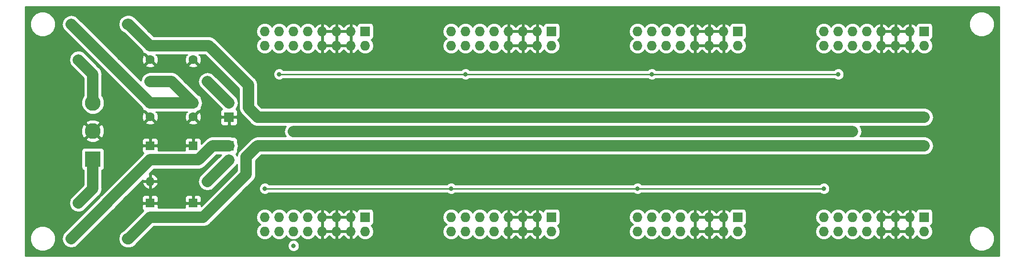
<source format=gbr>
G04 #@! TF.GenerationSoftware,KiCad,Pcbnew,5.0.2-bee76a0~70~ubuntu18.04.1*
G04 #@! TF.CreationDate,2019-05-10T17:39:33+10:00*
G04 #@! TF.ProjectId,busboard,62757362-6f61-4726-942e-6b696361645f,rev?*
G04 #@! TF.SameCoordinates,Original*
G04 #@! TF.FileFunction,Copper,L2,Bot*
G04 #@! TF.FilePolarity,Positive*
%FSLAX46Y46*%
G04 Gerber Fmt 4.6, Leading zero omitted, Abs format (unit mm)*
G04 Created by KiCad (PCBNEW 5.0.2-bee76a0~70~ubuntu18.04.1) date Fri 10 May 2019 17:39:33 AEST*
%MOMM*%
%LPD*%
G01*
G04 APERTURE LIST*
G04 #@! TA.AperFunction,ComponentPad*
%ADD10O,1.600000X1.600000*%
G04 #@! TD*
G04 #@! TA.AperFunction,ComponentPad*
%ADD11C,1.600000*%
G04 #@! TD*
G04 #@! TA.AperFunction,ComponentPad*
%ADD12R,1.600000X1.600000*%
G04 #@! TD*
G04 #@! TA.AperFunction,ComponentPad*
%ADD13R,2.800000X2.800000*%
G04 #@! TD*
G04 #@! TA.AperFunction,ComponentPad*
%ADD14C,2.800000*%
G04 #@! TD*
G04 #@! TA.AperFunction,ComponentPad*
%ADD15R,1.727200X1.727200*%
G04 #@! TD*
G04 #@! TA.AperFunction,ComponentPad*
%ADD16O,1.727200X1.727200*%
G04 #@! TD*
G04 #@! TA.AperFunction,ComponentPad*
%ADD17C,2.000000*%
G04 #@! TD*
G04 #@! TA.AperFunction,ComponentPad*
%ADD18R,1.800000X1.800000*%
G04 #@! TD*
G04 #@! TA.AperFunction,ComponentPad*
%ADD19C,1.800000*%
G04 #@! TD*
G04 #@! TA.AperFunction,ViaPad*
%ADD20C,0.800000*%
G04 #@! TD*
G04 #@! TA.AperFunction,Conductor*
%ADD21C,2.000000*%
G04 #@! TD*
G04 #@! TA.AperFunction,Conductor*
%ADD22C,0.250000*%
G04 #@! TD*
G04 #@! TA.AperFunction,Conductor*
%ADD23C,0.254000*%
G04 #@! TD*
G04 APERTURE END LIST*
D10*
G04 #@! TO.P,L2,2*
G04 #@! TO.N,Net-(C2-Pad2)*
X39370000Y-82550000D03*
D11*
G04 #@! TO.P,L2,1*
G04 #@! TO.N,-12V*
X49370000Y-82550000D03*
G04 #@! TD*
G04 #@! TO.P,C7,2*
G04 #@! TO.N,GND*
X60960000Y-50760000D03*
D12*
G04 #@! TO.P,C7,1*
G04 #@! TO.N,+12V*
X60960000Y-48260000D03*
G04 #@! TD*
G04 #@! TO.P,C5,1*
G04 #@! TO.N,+12V*
X53340000Y-48260000D03*
D11*
G04 #@! TO.P,C5,2*
G04 #@! TO.N,GND*
X53340000Y-50760000D03*
G04 #@! TD*
G04 #@! TO.P,C6,2*
G04 #@! TO.N,-12V*
X53340000Y-78740000D03*
D12*
G04 #@! TO.P,C6,1*
G04 #@! TO.N,GND*
X53340000Y-76240000D03*
G04 #@! TD*
D13*
G04 #@! TO.P,J1,1*
G04 #@! TO.N,Net-(F1-Pad2)*
X43180000Y-68420000D03*
D14*
G04 #@! TO.P,J1,2*
G04 #@! TO.N,GND*
X43180000Y-63420000D03*
G04 #@! TO.P,J1,3*
G04 #@! TO.N,Net-(F2-Pad2)*
X43180000Y-58420000D03*
G04 #@! TD*
D15*
G04 #@! TO.P,J2,1*
G04 #@! TO.N,-12V*
X91440000Y-45720000D03*
D16*
G04 #@! TO.P,J2,2*
X91440000Y-48260000D03*
G04 #@! TO.P,J2,3*
G04 #@! TO.N,GND*
X88900000Y-45720000D03*
G04 #@! TO.P,J2,4*
X88900000Y-48260000D03*
G04 #@! TO.P,J2,5*
X86360000Y-45720000D03*
G04 #@! TO.P,J2,6*
X86360000Y-48260000D03*
G04 #@! TO.P,J2,7*
X83820000Y-45720000D03*
G04 #@! TO.P,J2,8*
X83820000Y-48260000D03*
G04 #@! TO.P,J2,9*
G04 #@! TO.N,+12V*
X81280000Y-45720000D03*
G04 #@! TO.P,J2,10*
X81280000Y-48260000D03*
G04 #@! TO.P,J2,11*
G04 #@! TO.N,Net-(J2-Pad11)*
X78740000Y-45720000D03*
G04 #@! TO.P,J2,12*
X78740000Y-48260000D03*
G04 #@! TO.P,J2,13*
G04 #@! TO.N,Net-(J2-Pad13)*
X76200000Y-45720000D03*
G04 #@! TO.P,J2,14*
X76200000Y-48260000D03*
G04 #@! TO.P,J2,15*
G04 #@! TO.N,Net-(J2-Pad15)*
X73660000Y-45720000D03*
G04 #@! TO.P,J2,16*
X73660000Y-48260000D03*
G04 #@! TD*
G04 #@! TO.P,J8,16*
G04 #@! TO.N,Net-(J2-Pad15)*
X139700000Y-81280000D03*
G04 #@! TO.P,J8,15*
X139700000Y-78740000D03*
G04 #@! TO.P,J8,14*
G04 #@! TO.N,Net-(J2-Pad13)*
X142240000Y-81280000D03*
G04 #@! TO.P,J8,13*
X142240000Y-78740000D03*
G04 #@! TO.P,J8,12*
G04 #@! TO.N,Net-(J2-Pad11)*
X144780000Y-81280000D03*
G04 #@! TO.P,J8,11*
X144780000Y-78740000D03*
G04 #@! TO.P,J8,10*
G04 #@! TO.N,+12V*
X147320000Y-81280000D03*
G04 #@! TO.P,J8,9*
X147320000Y-78740000D03*
G04 #@! TO.P,J8,8*
G04 #@! TO.N,GND*
X149860000Y-81280000D03*
G04 #@! TO.P,J8,7*
X149860000Y-78740000D03*
G04 #@! TO.P,J8,6*
X152400000Y-81280000D03*
G04 #@! TO.P,J8,5*
X152400000Y-78740000D03*
G04 #@! TO.P,J8,4*
X154940000Y-81280000D03*
G04 #@! TO.P,J8,3*
X154940000Y-78740000D03*
G04 #@! TO.P,J8,2*
G04 #@! TO.N,-12V*
X157480000Y-81280000D03*
D15*
G04 #@! TO.P,J8,1*
X157480000Y-78740000D03*
G04 #@! TD*
D16*
G04 #@! TO.P,J7,16*
G04 #@! TO.N,Net-(J2-Pad15)*
X106680000Y-81280000D03*
G04 #@! TO.P,J7,15*
X106680000Y-78740000D03*
G04 #@! TO.P,J7,14*
G04 #@! TO.N,Net-(J2-Pad13)*
X109220000Y-81280000D03*
G04 #@! TO.P,J7,13*
X109220000Y-78740000D03*
G04 #@! TO.P,J7,12*
G04 #@! TO.N,Net-(J2-Pad11)*
X111760000Y-81280000D03*
G04 #@! TO.P,J7,11*
X111760000Y-78740000D03*
G04 #@! TO.P,J7,10*
G04 #@! TO.N,+12V*
X114300000Y-81280000D03*
G04 #@! TO.P,J7,9*
X114300000Y-78740000D03*
G04 #@! TO.P,J7,8*
G04 #@! TO.N,GND*
X116840000Y-81280000D03*
G04 #@! TO.P,J7,7*
X116840000Y-78740000D03*
G04 #@! TO.P,J7,6*
X119380000Y-81280000D03*
G04 #@! TO.P,J7,5*
X119380000Y-78740000D03*
G04 #@! TO.P,J7,4*
X121920000Y-81280000D03*
G04 #@! TO.P,J7,3*
X121920000Y-78740000D03*
G04 #@! TO.P,J7,2*
G04 #@! TO.N,-12V*
X124460000Y-81280000D03*
D15*
G04 #@! TO.P,J7,1*
X124460000Y-78740000D03*
G04 #@! TD*
G04 #@! TO.P,J6,1*
G04 #@! TO.N,-12V*
X91440000Y-78740000D03*
D16*
G04 #@! TO.P,J6,2*
X91440000Y-81280000D03*
G04 #@! TO.P,J6,3*
G04 #@! TO.N,GND*
X88900000Y-78740000D03*
G04 #@! TO.P,J6,4*
X88900000Y-81280000D03*
G04 #@! TO.P,J6,5*
X86360000Y-78740000D03*
G04 #@! TO.P,J6,6*
X86360000Y-81280000D03*
G04 #@! TO.P,J6,7*
X83820000Y-78740000D03*
G04 #@! TO.P,J6,8*
X83820000Y-81280000D03*
G04 #@! TO.P,J6,9*
G04 #@! TO.N,+12V*
X81280000Y-78740000D03*
G04 #@! TO.P,J6,10*
X81280000Y-81280000D03*
G04 #@! TO.P,J6,11*
G04 #@! TO.N,Net-(J2-Pad11)*
X78740000Y-78740000D03*
G04 #@! TO.P,J6,12*
X78740000Y-81280000D03*
G04 #@! TO.P,J6,13*
G04 #@! TO.N,Net-(J2-Pad13)*
X76200000Y-78740000D03*
G04 #@! TO.P,J6,14*
X76200000Y-81280000D03*
G04 #@! TO.P,J6,15*
G04 #@! TO.N,Net-(J2-Pad15)*
X73660000Y-78740000D03*
G04 #@! TO.P,J6,16*
X73660000Y-81280000D03*
G04 #@! TD*
G04 #@! TO.P,J5,16*
G04 #@! TO.N,Net-(J2-Pad15)*
X172720000Y-48260000D03*
G04 #@! TO.P,J5,15*
X172720000Y-45720000D03*
G04 #@! TO.P,J5,14*
G04 #@! TO.N,Net-(J2-Pad13)*
X175260000Y-48260000D03*
G04 #@! TO.P,J5,13*
X175260000Y-45720000D03*
G04 #@! TO.P,J5,12*
G04 #@! TO.N,Net-(J2-Pad11)*
X177800000Y-48260000D03*
G04 #@! TO.P,J5,11*
X177800000Y-45720000D03*
G04 #@! TO.P,J5,10*
G04 #@! TO.N,+12V*
X180340000Y-48260000D03*
G04 #@! TO.P,J5,9*
X180340000Y-45720000D03*
G04 #@! TO.P,J5,8*
G04 #@! TO.N,GND*
X182880000Y-48260000D03*
G04 #@! TO.P,J5,7*
X182880000Y-45720000D03*
G04 #@! TO.P,J5,6*
X185420000Y-48260000D03*
G04 #@! TO.P,J5,5*
X185420000Y-45720000D03*
G04 #@! TO.P,J5,4*
X187960000Y-48260000D03*
G04 #@! TO.P,J5,3*
X187960000Y-45720000D03*
G04 #@! TO.P,J5,2*
G04 #@! TO.N,-12V*
X190500000Y-48260000D03*
D15*
G04 #@! TO.P,J5,1*
X190500000Y-45720000D03*
G04 #@! TD*
G04 #@! TO.P,J4,1*
G04 #@! TO.N,-12V*
X157480000Y-45720000D03*
D16*
G04 #@! TO.P,J4,2*
X157480000Y-48260000D03*
G04 #@! TO.P,J4,3*
G04 #@! TO.N,GND*
X154940000Y-45720000D03*
G04 #@! TO.P,J4,4*
X154940000Y-48260000D03*
G04 #@! TO.P,J4,5*
X152400000Y-45720000D03*
G04 #@! TO.P,J4,6*
X152400000Y-48260000D03*
G04 #@! TO.P,J4,7*
X149860000Y-45720000D03*
G04 #@! TO.P,J4,8*
X149860000Y-48260000D03*
G04 #@! TO.P,J4,9*
G04 #@! TO.N,+12V*
X147320000Y-45720000D03*
G04 #@! TO.P,J4,10*
X147320000Y-48260000D03*
G04 #@! TO.P,J4,11*
G04 #@! TO.N,Net-(J2-Pad11)*
X144780000Y-45720000D03*
G04 #@! TO.P,J4,12*
X144780000Y-48260000D03*
G04 #@! TO.P,J4,13*
G04 #@! TO.N,Net-(J2-Pad13)*
X142240000Y-45720000D03*
G04 #@! TO.P,J4,14*
X142240000Y-48260000D03*
G04 #@! TO.P,J4,15*
G04 #@! TO.N,Net-(J2-Pad15)*
X139700000Y-45720000D03*
G04 #@! TO.P,J4,16*
X139700000Y-48260000D03*
G04 #@! TD*
G04 #@! TO.P,J3,16*
G04 #@! TO.N,Net-(J2-Pad15)*
X106680000Y-48260000D03*
G04 #@! TO.P,J3,15*
X106680000Y-45720000D03*
G04 #@! TO.P,J3,14*
G04 #@! TO.N,Net-(J2-Pad13)*
X109220000Y-48260000D03*
G04 #@! TO.P,J3,13*
X109220000Y-45720000D03*
G04 #@! TO.P,J3,12*
G04 #@! TO.N,Net-(J2-Pad11)*
X111760000Y-48260000D03*
G04 #@! TO.P,J3,11*
X111760000Y-45720000D03*
G04 #@! TO.P,J3,10*
G04 #@! TO.N,+12V*
X114300000Y-48260000D03*
G04 #@! TO.P,J3,9*
X114300000Y-45720000D03*
G04 #@! TO.P,J3,8*
G04 #@! TO.N,GND*
X116840000Y-48260000D03*
G04 #@! TO.P,J3,7*
X116840000Y-45720000D03*
G04 #@! TO.P,J3,6*
X119380000Y-48260000D03*
G04 #@! TO.P,J3,5*
X119380000Y-45720000D03*
G04 #@! TO.P,J3,4*
X121920000Y-48260000D03*
G04 #@! TO.P,J3,3*
X121920000Y-45720000D03*
G04 #@! TO.P,J3,2*
G04 #@! TO.N,-12V*
X124460000Y-48260000D03*
D15*
G04 #@! TO.P,J3,1*
X124460000Y-45720000D03*
G04 #@! TD*
G04 #@! TO.P,J9,1*
G04 #@! TO.N,-12V*
X190500000Y-78740000D03*
D16*
G04 #@! TO.P,J9,2*
X190500000Y-81280000D03*
G04 #@! TO.P,J9,3*
G04 #@! TO.N,GND*
X187960000Y-78740000D03*
G04 #@! TO.P,J9,4*
X187960000Y-81280000D03*
G04 #@! TO.P,J9,5*
X185420000Y-78740000D03*
G04 #@! TO.P,J9,6*
X185420000Y-81280000D03*
G04 #@! TO.P,J9,7*
X182880000Y-78740000D03*
G04 #@! TO.P,J9,8*
X182880000Y-81280000D03*
G04 #@! TO.P,J9,9*
G04 #@! TO.N,+12V*
X180340000Y-78740000D03*
G04 #@! TO.P,J9,10*
X180340000Y-81280000D03*
G04 #@! TO.P,J9,11*
G04 #@! TO.N,Net-(J2-Pad11)*
X177800000Y-78740000D03*
G04 #@! TO.P,J9,12*
X177800000Y-81280000D03*
G04 #@! TO.P,J9,13*
G04 #@! TO.N,Net-(J2-Pad13)*
X175260000Y-78740000D03*
G04 #@! TO.P,J9,14*
X175260000Y-81280000D03*
G04 #@! TO.P,J9,15*
G04 #@! TO.N,Net-(J2-Pad15)*
X172720000Y-78740000D03*
G04 #@! TO.P,J9,16*
X172720000Y-81280000D03*
G04 #@! TD*
D12*
G04 #@! TO.P,C3,1*
G04 #@! TO.N,Net-(C1-Pad1)*
X60960000Y-58420000D03*
D11*
G04 #@! TO.P,C3,2*
G04 #@! TO.N,GND*
X60960000Y-60920000D03*
G04 #@! TD*
G04 #@! TO.P,C4,2*
G04 #@! TO.N,Net-(C2-Pad2)*
X60960000Y-68540000D03*
D12*
G04 #@! TO.P,C4,1*
G04 #@! TO.N,GND*
X60960000Y-66040000D03*
G04 #@! TD*
D11*
G04 #@! TO.P,C8,2*
G04 #@! TO.N,-12V*
X60960000Y-78740000D03*
D12*
G04 #@! TO.P,C8,1*
G04 #@! TO.N,GND*
X60960000Y-76240000D03*
G04 #@! TD*
G04 #@! TO.P,C2,1*
G04 #@! TO.N,GND*
X53340000Y-66040000D03*
D11*
G04 #@! TO.P,C2,2*
G04 #@! TO.N,Net-(C2-Pad2)*
X53340000Y-68540000D03*
G04 #@! TD*
G04 #@! TO.P,C1,2*
G04 #@! TO.N,GND*
X53340000Y-60920000D03*
D12*
G04 #@! TO.P,C1,1*
G04 #@! TO.N,Net-(C1-Pad1)*
X53340000Y-58420000D03*
G04 #@! TD*
D17*
G04 #@! TO.P,F2,2*
G04 #@! TO.N,Net-(F2-Pad2)*
X40640000Y-50790000D03*
G04 #@! TO.P,F2,1*
G04 #@! TO.N,Net-(C1-Pad1)*
X45720000Y-50800000D03*
G04 #@! TD*
G04 #@! TO.P,F1,1*
G04 #@! TO.N,Net-(C2-Pad2)*
X45720000Y-76210000D03*
G04 #@! TO.P,F1,2*
G04 #@! TO.N,Net-(F1-Pad2)*
X40640000Y-76200000D03*
G04 #@! TD*
D10*
G04 #@! TO.P,L1,2*
G04 #@! TO.N,Net-(C1-Pad1)*
X39370000Y-44450000D03*
D11*
G04 #@! TO.P,L1,1*
G04 #@! TO.N,+12V*
X49370000Y-44450000D03*
G04 #@! TD*
D18*
G04 #@! TO.P,D2,1*
G04 #@! TO.N,Net-(C2-Pad2)*
X67310000Y-66040000D03*
D19*
G04 #@! TO.P,D2,2*
G04 #@! TO.N,Net-(D2-Pad2)*
X67310000Y-68580000D03*
G04 #@! TD*
D18*
G04 #@! TO.P,D1,1*
G04 #@! TO.N,GND*
X67310000Y-60960000D03*
D19*
G04 #@! TO.P,D1,2*
G04 #@! TO.N,Net-(D1-Pad2)*
X67310000Y-58420000D03*
G04 #@! TD*
D10*
G04 #@! TO.P,R1,2*
G04 #@! TO.N,Net-(C1-Pad1)*
X53340000Y-54610000D03*
D11*
G04 #@! TO.P,R1,1*
G04 #@! TO.N,Net-(D1-Pad2)*
X63500000Y-54610000D03*
G04 #@! TD*
G04 #@! TO.P,R2,1*
G04 #@! TO.N,Net-(D2-Pad2)*
X63500000Y-72390000D03*
D10*
G04 #@! TO.P,R2,2*
G04 #@! TO.N,GND*
X53340000Y-72390000D03*
G04 #@! TD*
D20*
G04 #@! TO.N,GND*
X53340000Y-43180000D03*
X195580000Y-43180000D03*
X195580000Y-83820000D03*
X182880000Y-83820000D03*
X170180000Y-83820000D03*
X154940000Y-83820000D03*
X142240000Y-83820000D03*
X129540000Y-83820000D03*
X116840000Y-83820000D03*
X104140000Y-83820000D03*
X91440000Y-83820000D03*
X66040000Y-83820000D03*
X53340000Y-83820000D03*
X66040000Y-43180000D03*
X78740000Y-43180000D03*
X91440000Y-43180000D03*
X104140000Y-43180000D03*
X116840000Y-43180000D03*
X129540000Y-43180000D03*
X142240000Y-43180000D03*
X154940000Y-43180000D03*
X170180000Y-43180000D03*
X182880000Y-43180000D03*
X38100000Y-50800000D03*
X38100000Y-76200000D03*
X203200000Y-63500000D03*
X203200000Y-76200000D03*
X203200000Y-50800000D03*
X31750000Y-63500000D03*
X31750000Y-52070000D03*
X31750000Y-76200000D03*
G04 #@! TO.N,+12V*
X180340000Y-60960000D03*
X147320000Y-60960000D03*
X114300000Y-60960000D03*
X81280000Y-60960000D03*
G04 #@! TO.N,-12V*
X190500000Y-66040000D03*
X157480000Y-66040000D03*
X124460000Y-66040000D03*
X91440000Y-66040000D03*
G04 #@! TO.N,Net-(J2-Pad13)*
X76200000Y-53340000D03*
X175260000Y-53340000D03*
X142240000Y-53340000D03*
X109220000Y-53340000D03*
G04 #@! TO.N,Net-(J2-Pad15)*
X73660000Y-73660000D03*
X172720000Y-73660000D03*
X139700000Y-73660000D03*
X106680000Y-73660000D03*
G04 #@! TO.N,Net-(J2-Pad11)*
X78740000Y-83820000D03*
X78740000Y-63500000D03*
X177800000Y-63500000D03*
X144780000Y-63500000D03*
X111760000Y-63500000D03*
G04 #@! TD*
D21*
G04 #@! TO.N,Net-(D2-Pad2)*
X63500000Y-72390000D02*
X67310000Y-68580000D01*
G04 #@! TO.N,+12V*
X49530000Y-44450000D02*
X53340000Y-48260000D01*
X49370000Y-44450000D02*
X49530000Y-44450000D01*
X53340000Y-48260000D02*
X60960000Y-48260000D01*
X181610000Y-60960000D02*
X190500000Y-60960000D01*
X180340000Y-60960000D02*
X181610000Y-60960000D01*
X147320000Y-60960000D02*
X180340000Y-60960000D01*
X114300000Y-60960000D02*
X147320000Y-60960000D01*
X81280000Y-60960000D02*
X114300000Y-60960000D01*
X63760000Y-48260000D02*
X60960000Y-48260000D01*
X70745000Y-55245000D02*
X63760000Y-48260000D01*
X70745000Y-59315000D02*
X70745000Y-55245000D01*
X81280000Y-60960000D02*
X72390000Y-60960000D01*
X72390000Y-60960000D02*
X70745000Y-59315000D01*
G04 #@! TO.N,Net-(D1-Pad2)*
X67310000Y-58420000D02*
X63500000Y-54610000D01*
G04 #@! TO.N,-12V*
X49370000Y-82550000D02*
X49530000Y-82550000D01*
X53340000Y-78740000D02*
X60960000Y-78740000D01*
X49530000Y-82550000D02*
X53340000Y-78740000D01*
X75460002Y-66040000D02*
X76200000Y-66040000D01*
X181610000Y-66040000D02*
X190500000Y-66040000D01*
X157480000Y-66040000D02*
X181610000Y-66040000D01*
X124460000Y-66040000D02*
X157480000Y-66040000D01*
X91440000Y-66040000D02*
X124460000Y-66040000D01*
X77470000Y-66040000D02*
X91440000Y-66040000D01*
X75460002Y-66040000D02*
X77470000Y-66040000D01*
X72390000Y-66040000D02*
X77470000Y-66040000D01*
X70380002Y-71120000D02*
X70380002Y-68049998D01*
X70380002Y-68049998D02*
X72390000Y-66040000D01*
X62760002Y-78740000D02*
X70380002Y-71120000D01*
X60960000Y-78740000D02*
X62760002Y-78740000D01*
D22*
G04 #@! TO.N,Net-(J2-Pad13)*
X76200000Y-53340000D02*
X175260000Y-53340000D01*
G04 #@! TO.N,Net-(J2-Pad15)*
X73660000Y-73660000D02*
X172720000Y-73660000D01*
D21*
G04 #@! TO.N,Net-(F1-Pad2)*
X43180000Y-73660000D02*
X40640000Y-76200000D01*
X43180000Y-68420000D02*
X43180000Y-73660000D01*
G04 #@! TO.N,Net-(F2-Pad2)*
X43180000Y-53330000D02*
X40640000Y-50790000D01*
X43180000Y-58420000D02*
X43180000Y-53330000D01*
G04 #@! TO.N,Net-(C1-Pad1)*
X45720000Y-50800000D02*
X39370000Y-44450000D01*
X45720000Y-50800000D02*
X53340000Y-58420000D01*
X60960000Y-58420000D02*
X53340000Y-58420000D01*
X57150000Y-54610000D02*
X60960000Y-58420000D01*
X53340000Y-54610000D02*
X57150000Y-54610000D01*
G04 #@! TO.N,Net-(C2-Pad2)*
X45710000Y-76210000D02*
X39370000Y-82550000D01*
X45720000Y-76210000D02*
X45710000Y-76210000D01*
X45720000Y-76160000D02*
X53340000Y-68540000D01*
X45720000Y-76210000D02*
X45720000Y-76160000D01*
X60960000Y-68540000D02*
X53340000Y-68540000D01*
X61910000Y-68540000D02*
X60960000Y-68540000D01*
X64410000Y-66040000D02*
X61910000Y-68540000D01*
X67310000Y-66040000D02*
X64410000Y-66040000D01*
G04 #@! TO.N,Net-(J2-Pad11)*
X78740000Y-63500000D02*
X177800000Y-63500000D01*
G04 #@! TD*
D23*
G04 #@! TO.N,GND*
G36*
X203760001Y-85650000D02*
X31190000Y-85650000D01*
X31190000Y-82105431D01*
X32055000Y-82105431D01*
X32055000Y-82994569D01*
X32395259Y-83816026D01*
X33023974Y-84444741D01*
X33845431Y-84785000D01*
X34734569Y-84785000D01*
X35556026Y-84444741D01*
X36184741Y-83816026D01*
X36525000Y-82994569D01*
X36525000Y-82550000D01*
X37702969Y-82550000D01*
X37829865Y-83187945D01*
X38191232Y-83728768D01*
X38732055Y-84090135D01*
X39370000Y-84217031D01*
X40007945Y-84090135D01*
X40412253Y-83819985D01*
X46629082Y-77603157D01*
X46646153Y-77596086D01*
X46762253Y-77479986D01*
X46898769Y-77388769D01*
X46989986Y-77252253D01*
X47106086Y-77136153D01*
X47141442Y-77050796D01*
X48878547Y-75313691D01*
X51905000Y-75313691D01*
X51905000Y-75954250D01*
X52063750Y-76113000D01*
X53213000Y-76113000D01*
X53213000Y-74963750D01*
X53467000Y-74963750D01*
X53467000Y-76113000D01*
X54616250Y-76113000D01*
X54775000Y-75954250D01*
X54775000Y-75313691D01*
X59525000Y-75313691D01*
X59525000Y-75954250D01*
X59683750Y-76113000D01*
X60833000Y-76113000D01*
X60833000Y-74963750D01*
X61087000Y-74963750D01*
X61087000Y-76113000D01*
X62236250Y-76113000D01*
X62395000Y-75954250D01*
X62395000Y-75313691D01*
X62298327Y-75080302D01*
X62119699Y-74901673D01*
X61886310Y-74805000D01*
X61245750Y-74805000D01*
X61087000Y-74963750D01*
X60833000Y-74963750D01*
X60674250Y-74805000D01*
X60033690Y-74805000D01*
X59800301Y-74901673D01*
X59621673Y-75080302D01*
X59525000Y-75313691D01*
X54775000Y-75313691D01*
X54678327Y-75080302D01*
X54499699Y-74901673D01*
X54266310Y-74805000D01*
X53625750Y-74805000D01*
X53467000Y-74963750D01*
X53213000Y-74963750D01*
X53054250Y-74805000D01*
X52413690Y-74805000D01*
X52180301Y-74901673D01*
X52001673Y-75080302D01*
X51905000Y-75313691D01*
X48878547Y-75313691D01*
X51453199Y-72739039D01*
X51948096Y-72739039D01*
X52108959Y-73127423D01*
X52484866Y-73542389D01*
X52990959Y-73781914D01*
X53213000Y-73660629D01*
X53213000Y-72517000D01*
X53467000Y-72517000D01*
X53467000Y-73660629D01*
X53689041Y-73781914D01*
X54195134Y-73542389D01*
X54571041Y-73127423D01*
X54731904Y-72739039D01*
X54609915Y-72517000D01*
X53467000Y-72517000D01*
X53213000Y-72517000D01*
X52070085Y-72517000D01*
X51948096Y-72739039D01*
X51453199Y-72739039D01*
X52020142Y-72172096D01*
X52070085Y-72263000D01*
X53213000Y-72263000D01*
X53213000Y-71119371D01*
X53467000Y-71119371D01*
X53467000Y-72263000D01*
X54609915Y-72263000D01*
X54731904Y-72040961D01*
X54571041Y-71652577D01*
X54195134Y-71237611D01*
X53689041Y-70998086D01*
X53467000Y-71119371D01*
X53213000Y-71119371D01*
X53122372Y-71069867D01*
X54017239Y-70175000D01*
X61748970Y-70175000D01*
X61910000Y-70207031D01*
X62071030Y-70175000D01*
X62071031Y-70175000D01*
X62547945Y-70080136D01*
X63088769Y-69718769D01*
X63179988Y-69582250D01*
X65087239Y-67675000D01*
X65902761Y-67675000D01*
X62230015Y-71347747D01*
X61959865Y-71752055D01*
X61832969Y-72390000D01*
X61959865Y-73027945D01*
X62321232Y-73568768D01*
X62862055Y-73930135D01*
X63500000Y-74057031D01*
X64137945Y-73930135D01*
X64542253Y-73659985D01*
X68579985Y-69622254D01*
X68745003Y-69375289D01*
X68745002Y-70442761D01*
X62395000Y-76792764D01*
X62395000Y-76525750D01*
X62236250Y-76367000D01*
X61087000Y-76367000D01*
X61087000Y-76387000D01*
X60833000Y-76387000D01*
X60833000Y-76367000D01*
X59683750Y-76367000D01*
X59525000Y-76525750D01*
X59525000Y-77105000D01*
X54775000Y-77105000D01*
X54775000Y-76525750D01*
X54616250Y-76367000D01*
X53467000Y-76367000D01*
X53467000Y-76387000D01*
X53213000Y-76387000D01*
X53213000Y-76367000D01*
X52063750Y-76367000D01*
X51905000Y-76525750D01*
X51905000Y-77166309D01*
X52001673Y-77399698D01*
X52162414Y-77560440D01*
X52161231Y-77561231D01*
X52070014Y-77697747D01*
X48764315Y-81003447D01*
X48732055Y-81009864D01*
X48191231Y-81371231D01*
X47829864Y-81912055D01*
X47702969Y-82550000D01*
X47829864Y-83187945D01*
X48191231Y-83728769D01*
X48732055Y-84090136D01*
X49208969Y-84185000D01*
X49368970Y-84185000D01*
X49530000Y-84217031D01*
X49691030Y-84185000D01*
X49691031Y-84185000D01*
X50167945Y-84090136D01*
X50708769Y-83728769D01*
X50785370Y-83614126D01*
X77705000Y-83614126D01*
X77705000Y-84025874D01*
X77862569Y-84406280D01*
X78153720Y-84697431D01*
X78534126Y-84855000D01*
X78945874Y-84855000D01*
X79326280Y-84697431D01*
X79617431Y-84406280D01*
X79775000Y-84025874D01*
X79775000Y-83614126D01*
X79617431Y-83233720D01*
X79326280Y-82942569D01*
X78945874Y-82785000D01*
X78534126Y-82785000D01*
X78153720Y-82942569D01*
X77862569Y-83233720D01*
X77705000Y-83614126D01*
X50785370Y-83614126D01*
X50799988Y-83592250D01*
X54017239Y-80375000D01*
X62598972Y-80375000D01*
X62760002Y-80407031D01*
X62921032Y-80375000D01*
X62921033Y-80375000D01*
X63397947Y-80280136D01*
X63938771Y-79918769D01*
X64029990Y-79782250D01*
X65072240Y-78740000D01*
X72132041Y-78740000D01*
X72248350Y-79324725D01*
X72579570Y-79820430D01*
X72863281Y-80010000D01*
X72579570Y-80199570D01*
X72248350Y-80695275D01*
X72132041Y-81280000D01*
X72248350Y-81864725D01*
X72579570Y-82360430D01*
X73075275Y-82691650D01*
X73512402Y-82778600D01*
X73807598Y-82778600D01*
X74244725Y-82691650D01*
X74740430Y-82360430D01*
X74930000Y-82076719D01*
X75119570Y-82360430D01*
X75615275Y-82691650D01*
X76052402Y-82778600D01*
X76347598Y-82778600D01*
X76784725Y-82691650D01*
X77280430Y-82360430D01*
X77470000Y-82076719D01*
X77659570Y-82360430D01*
X78155275Y-82691650D01*
X78592402Y-82778600D01*
X78887598Y-82778600D01*
X79324725Y-82691650D01*
X79820430Y-82360430D01*
X80010000Y-82076719D01*
X80199570Y-82360430D01*
X80695275Y-82691650D01*
X81132402Y-82778600D01*
X81427598Y-82778600D01*
X81864725Y-82691650D01*
X82360430Y-82360430D01*
X82561854Y-82058979D01*
X82613179Y-82168490D01*
X83045053Y-82562688D01*
X83460974Y-82734958D01*
X83693000Y-82613817D01*
X83693000Y-81407000D01*
X83947000Y-81407000D01*
X83947000Y-82613817D01*
X84179026Y-82734958D01*
X84594947Y-82562688D01*
X85026821Y-82168490D01*
X85090000Y-82033687D01*
X85153179Y-82168490D01*
X85585053Y-82562688D01*
X86000974Y-82734958D01*
X86233000Y-82613817D01*
X86233000Y-81407000D01*
X86487000Y-81407000D01*
X86487000Y-82613817D01*
X86719026Y-82734958D01*
X87134947Y-82562688D01*
X87566821Y-82168490D01*
X87630000Y-82033687D01*
X87693179Y-82168490D01*
X88125053Y-82562688D01*
X88540974Y-82734958D01*
X88773000Y-82613817D01*
X88773000Y-81407000D01*
X86487000Y-81407000D01*
X86233000Y-81407000D01*
X83947000Y-81407000D01*
X83693000Y-81407000D01*
X83673000Y-81407000D01*
X83673000Y-81153000D01*
X83693000Y-81153000D01*
X83693000Y-78867000D01*
X83947000Y-78867000D01*
X83947000Y-81153000D01*
X86233000Y-81153000D01*
X86233000Y-78867000D01*
X86487000Y-78867000D01*
X86487000Y-81153000D01*
X88773000Y-81153000D01*
X88773000Y-78867000D01*
X86487000Y-78867000D01*
X86233000Y-78867000D01*
X83947000Y-78867000D01*
X83693000Y-78867000D01*
X83673000Y-78867000D01*
X83673000Y-78613000D01*
X83693000Y-78613000D01*
X83693000Y-77406183D01*
X83947000Y-77406183D01*
X83947000Y-78613000D01*
X86233000Y-78613000D01*
X86233000Y-77406183D01*
X86487000Y-77406183D01*
X86487000Y-78613000D01*
X88773000Y-78613000D01*
X88773000Y-77406183D01*
X89027000Y-77406183D01*
X89027000Y-78613000D01*
X89047000Y-78613000D01*
X89047000Y-78867000D01*
X89027000Y-78867000D01*
X89027000Y-81153000D01*
X89047000Y-81153000D01*
X89047000Y-81407000D01*
X89027000Y-81407000D01*
X89027000Y-82613817D01*
X89259026Y-82734958D01*
X89674947Y-82562688D01*
X90106821Y-82168490D01*
X90158146Y-82058979D01*
X90359570Y-82360430D01*
X90855275Y-82691650D01*
X91292402Y-82778600D01*
X91587598Y-82778600D01*
X92024725Y-82691650D01*
X92520430Y-82360430D01*
X92851650Y-81864725D01*
X92967959Y-81280000D01*
X92851650Y-80695275D01*
X92525349Y-80206932D01*
X92551365Y-80201757D01*
X92761409Y-80061409D01*
X92901757Y-79851365D01*
X92951040Y-79603600D01*
X92951040Y-78740000D01*
X105152041Y-78740000D01*
X105268350Y-79324725D01*
X105599570Y-79820430D01*
X105883281Y-80010000D01*
X105599570Y-80199570D01*
X105268350Y-80695275D01*
X105152041Y-81280000D01*
X105268350Y-81864725D01*
X105599570Y-82360430D01*
X106095275Y-82691650D01*
X106532402Y-82778600D01*
X106827598Y-82778600D01*
X107264725Y-82691650D01*
X107760430Y-82360430D01*
X107950000Y-82076719D01*
X108139570Y-82360430D01*
X108635275Y-82691650D01*
X109072402Y-82778600D01*
X109367598Y-82778600D01*
X109804725Y-82691650D01*
X110300430Y-82360430D01*
X110490000Y-82076719D01*
X110679570Y-82360430D01*
X111175275Y-82691650D01*
X111612402Y-82778600D01*
X111907598Y-82778600D01*
X112344725Y-82691650D01*
X112840430Y-82360430D01*
X113030000Y-82076719D01*
X113219570Y-82360430D01*
X113715275Y-82691650D01*
X114152402Y-82778600D01*
X114447598Y-82778600D01*
X114884725Y-82691650D01*
X115380430Y-82360430D01*
X115581854Y-82058979D01*
X115633179Y-82168490D01*
X116065053Y-82562688D01*
X116480974Y-82734958D01*
X116713000Y-82613817D01*
X116713000Y-81407000D01*
X116967000Y-81407000D01*
X116967000Y-82613817D01*
X117199026Y-82734958D01*
X117614947Y-82562688D01*
X118046821Y-82168490D01*
X118110000Y-82033687D01*
X118173179Y-82168490D01*
X118605053Y-82562688D01*
X119020974Y-82734958D01*
X119253000Y-82613817D01*
X119253000Y-81407000D01*
X119507000Y-81407000D01*
X119507000Y-82613817D01*
X119739026Y-82734958D01*
X120154947Y-82562688D01*
X120586821Y-82168490D01*
X120650000Y-82033687D01*
X120713179Y-82168490D01*
X121145053Y-82562688D01*
X121560974Y-82734958D01*
X121793000Y-82613817D01*
X121793000Y-81407000D01*
X119507000Y-81407000D01*
X119253000Y-81407000D01*
X116967000Y-81407000D01*
X116713000Y-81407000D01*
X116693000Y-81407000D01*
X116693000Y-81153000D01*
X116713000Y-81153000D01*
X116713000Y-78867000D01*
X116967000Y-78867000D01*
X116967000Y-81153000D01*
X119253000Y-81153000D01*
X119253000Y-78867000D01*
X119507000Y-78867000D01*
X119507000Y-81153000D01*
X121793000Y-81153000D01*
X121793000Y-78867000D01*
X119507000Y-78867000D01*
X119253000Y-78867000D01*
X116967000Y-78867000D01*
X116713000Y-78867000D01*
X116693000Y-78867000D01*
X116693000Y-78613000D01*
X116713000Y-78613000D01*
X116713000Y-77406183D01*
X116967000Y-77406183D01*
X116967000Y-78613000D01*
X119253000Y-78613000D01*
X119253000Y-77406183D01*
X119507000Y-77406183D01*
X119507000Y-78613000D01*
X121793000Y-78613000D01*
X121793000Y-77406183D01*
X122047000Y-77406183D01*
X122047000Y-78613000D01*
X122067000Y-78613000D01*
X122067000Y-78867000D01*
X122047000Y-78867000D01*
X122047000Y-81153000D01*
X122067000Y-81153000D01*
X122067000Y-81407000D01*
X122047000Y-81407000D01*
X122047000Y-82613817D01*
X122279026Y-82734958D01*
X122694947Y-82562688D01*
X123126821Y-82168490D01*
X123178146Y-82058979D01*
X123379570Y-82360430D01*
X123875275Y-82691650D01*
X124312402Y-82778600D01*
X124607598Y-82778600D01*
X125044725Y-82691650D01*
X125540430Y-82360430D01*
X125871650Y-81864725D01*
X125987959Y-81280000D01*
X125871650Y-80695275D01*
X125545349Y-80206932D01*
X125571365Y-80201757D01*
X125781409Y-80061409D01*
X125921757Y-79851365D01*
X125971040Y-79603600D01*
X125971040Y-78740000D01*
X138172041Y-78740000D01*
X138288350Y-79324725D01*
X138619570Y-79820430D01*
X138903281Y-80010000D01*
X138619570Y-80199570D01*
X138288350Y-80695275D01*
X138172041Y-81280000D01*
X138288350Y-81864725D01*
X138619570Y-82360430D01*
X139115275Y-82691650D01*
X139552402Y-82778600D01*
X139847598Y-82778600D01*
X140284725Y-82691650D01*
X140780430Y-82360430D01*
X140970000Y-82076719D01*
X141159570Y-82360430D01*
X141655275Y-82691650D01*
X142092402Y-82778600D01*
X142387598Y-82778600D01*
X142824725Y-82691650D01*
X143320430Y-82360430D01*
X143510000Y-82076719D01*
X143699570Y-82360430D01*
X144195275Y-82691650D01*
X144632402Y-82778600D01*
X144927598Y-82778600D01*
X145364725Y-82691650D01*
X145860430Y-82360430D01*
X146050000Y-82076719D01*
X146239570Y-82360430D01*
X146735275Y-82691650D01*
X147172402Y-82778600D01*
X147467598Y-82778600D01*
X147904725Y-82691650D01*
X148400430Y-82360430D01*
X148601854Y-82058979D01*
X148653179Y-82168490D01*
X149085053Y-82562688D01*
X149500974Y-82734958D01*
X149733000Y-82613817D01*
X149733000Y-81407000D01*
X149987000Y-81407000D01*
X149987000Y-82613817D01*
X150219026Y-82734958D01*
X150634947Y-82562688D01*
X151066821Y-82168490D01*
X151130000Y-82033687D01*
X151193179Y-82168490D01*
X151625053Y-82562688D01*
X152040974Y-82734958D01*
X152273000Y-82613817D01*
X152273000Y-81407000D01*
X152527000Y-81407000D01*
X152527000Y-82613817D01*
X152759026Y-82734958D01*
X153174947Y-82562688D01*
X153606821Y-82168490D01*
X153670000Y-82033687D01*
X153733179Y-82168490D01*
X154165053Y-82562688D01*
X154580974Y-82734958D01*
X154813000Y-82613817D01*
X154813000Y-81407000D01*
X152527000Y-81407000D01*
X152273000Y-81407000D01*
X149987000Y-81407000D01*
X149733000Y-81407000D01*
X149713000Y-81407000D01*
X149713000Y-81153000D01*
X149733000Y-81153000D01*
X149733000Y-78867000D01*
X149987000Y-78867000D01*
X149987000Y-81153000D01*
X152273000Y-81153000D01*
X152273000Y-78867000D01*
X152527000Y-78867000D01*
X152527000Y-81153000D01*
X154813000Y-81153000D01*
X154813000Y-78867000D01*
X152527000Y-78867000D01*
X152273000Y-78867000D01*
X149987000Y-78867000D01*
X149733000Y-78867000D01*
X149713000Y-78867000D01*
X149713000Y-78613000D01*
X149733000Y-78613000D01*
X149733000Y-77406183D01*
X149987000Y-77406183D01*
X149987000Y-78613000D01*
X152273000Y-78613000D01*
X152273000Y-77406183D01*
X152527000Y-77406183D01*
X152527000Y-78613000D01*
X154813000Y-78613000D01*
X154813000Y-77406183D01*
X155067000Y-77406183D01*
X155067000Y-78613000D01*
X155087000Y-78613000D01*
X155087000Y-78867000D01*
X155067000Y-78867000D01*
X155067000Y-81153000D01*
X155087000Y-81153000D01*
X155087000Y-81407000D01*
X155067000Y-81407000D01*
X155067000Y-82613817D01*
X155299026Y-82734958D01*
X155714947Y-82562688D01*
X156146821Y-82168490D01*
X156198146Y-82058979D01*
X156399570Y-82360430D01*
X156895275Y-82691650D01*
X157332402Y-82778600D01*
X157627598Y-82778600D01*
X158064725Y-82691650D01*
X158560430Y-82360430D01*
X158891650Y-81864725D01*
X159007959Y-81280000D01*
X158891650Y-80695275D01*
X158565349Y-80206932D01*
X158591365Y-80201757D01*
X158801409Y-80061409D01*
X158941757Y-79851365D01*
X158991040Y-79603600D01*
X158991040Y-78740000D01*
X171192041Y-78740000D01*
X171308350Y-79324725D01*
X171639570Y-79820430D01*
X171923281Y-80010000D01*
X171639570Y-80199570D01*
X171308350Y-80695275D01*
X171192041Y-81280000D01*
X171308350Y-81864725D01*
X171639570Y-82360430D01*
X172135275Y-82691650D01*
X172572402Y-82778600D01*
X172867598Y-82778600D01*
X173304725Y-82691650D01*
X173800430Y-82360430D01*
X173990000Y-82076719D01*
X174179570Y-82360430D01*
X174675275Y-82691650D01*
X175112402Y-82778600D01*
X175407598Y-82778600D01*
X175844725Y-82691650D01*
X176340430Y-82360430D01*
X176530000Y-82076719D01*
X176719570Y-82360430D01*
X177215275Y-82691650D01*
X177652402Y-82778600D01*
X177947598Y-82778600D01*
X178384725Y-82691650D01*
X178880430Y-82360430D01*
X179070000Y-82076719D01*
X179259570Y-82360430D01*
X179755275Y-82691650D01*
X180192402Y-82778600D01*
X180487598Y-82778600D01*
X180924725Y-82691650D01*
X181420430Y-82360430D01*
X181621854Y-82058979D01*
X181673179Y-82168490D01*
X182105053Y-82562688D01*
X182520974Y-82734958D01*
X182753000Y-82613817D01*
X182753000Y-81407000D01*
X183007000Y-81407000D01*
X183007000Y-82613817D01*
X183239026Y-82734958D01*
X183654947Y-82562688D01*
X184086821Y-82168490D01*
X184150000Y-82033687D01*
X184213179Y-82168490D01*
X184645053Y-82562688D01*
X185060974Y-82734958D01*
X185293000Y-82613817D01*
X185293000Y-81407000D01*
X185547000Y-81407000D01*
X185547000Y-82613817D01*
X185779026Y-82734958D01*
X186194947Y-82562688D01*
X186626821Y-82168490D01*
X186690000Y-82033687D01*
X186753179Y-82168490D01*
X187185053Y-82562688D01*
X187600974Y-82734958D01*
X187833000Y-82613817D01*
X187833000Y-81407000D01*
X185547000Y-81407000D01*
X185293000Y-81407000D01*
X183007000Y-81407000D01*
X182753000Y-81407000D01*
X182733000Y-81407000D01*
X182733000Y-81153000D01*
X182753000Y-81153000D01*
X182753000Y-78867000D01*
X183007000Y-78867000D01*
X183007000Y-81153000D01*
X185293000Y-81153000D01*
X185293000Y-78867000D01*
X185547000Y-78867000D01*
X185547000Y-81153000D01*
X187833000Y-81153000D01*
X187833000Y-78867000D01*
X185547000Y-78867000D01*
X185293000Y-78867000D01*
X183007000Y-78867000D01*
X182753000Y-78867000D01*
X182733000Y-78867000D01*
X182733000Y-78613000D01*
X182753000Y-78613000D01*
X182753000Y-77406183D01*
X183007000Y-77406183D01*
X183007000Y-78613000D01*
X185293000Y-78613000D01*
X185293000Y-77406183D01*
X185547000Y-77406183D01*
X185547000Y-78613000D01*
X187833000Y-78613000D01*
X187833000Y-77406183D01*
X188087000Y-77406183D01*
X188087000Y-78613000D01*
X188107000Y-78613000D01*
X188107000Y-78867000D01*
X188087000Y-78867000D01*
X188087000Y-81153000D01*
X188107000Y-81153000D01*
X188107000Y-81407000D01*
X188087000Y-81407000D01*
X188087000Y-82613817D01*
X188319026Y-82734958D01*
X188734947Y-82562688D01*
X189166821Y-82168490D01*
X189218146Y-82058979D01*
X189419570Y-82360430D01*
X189915275Y-82691650D01*
X190352402Y-82778600D01*
X190647598Y-82778600D01*
X191084725Y-82691650D01*
X191580430Y-82360430D01*
X191750815Y-82105431D01*
X198425000Y-82105431D01*
X198425000Y-82994569D01*
X198765259Y-83816026D01*
X199393974Y-84444741D01*
X200215431Y-84785000D01*
X201104569Y-84785000D01*
X201926026Y-84444741D01*
X202554741Y-83816026D01*
X202895000Y-82994569D01*
X202895000Y-82105431D01*
X202554741Y-81283974D01*
X201926026Y-80655259D01*
X201104569Y-80315000D01*
X200215431Y-80315000D01*
X199393974Y-80655259D01*
X198765259Y-81283974D01*
X198425000Y-82105431D01*
X191750815Y-82105431D01*
X191911650Y-81864725D01*
X192027959Y-81280000D01*
X191911650Y-80695275D01*
X191585349Y-80206932D01*
X191611365Y-80201757D01*
X191821409Y-80061409D01*
X191961757Y-79851365D01*
X192011040Y-79603600D01*
X192011040Y-77876400D01*
X191961757Y-77628635D01*
X191821409Y-77418591D01*
X191611365Y-77278243D01*
X191363600Y-77228960D01*
X189636400Y-77228960D01*
X189388635Y-77278243D01*
X189178591Y-77418591D01*
X189038243Y-77628635D01*
X189020480Y-77717936D01*
X188734947Y-77457312D01*
X188319026Y-77285042D01*
X188087000Y-77406183D01*
X187833000Y-77406183D01*
X187600974Y-77285042D01*
X187185053Y-77457312D01*
X186753179Y-77851510D01*
X186690000Y-77986313D01*
X186626821Y-77851510D01*
X186194947Y-77457312D01*
X185779026Y-77285042D01*
X185547000Y-77406183D01*
X185293000Y-77406183D01*
X185060974Y-77285042D01*
X184645053Y-77457312D01*
X184213179Y-77851510D01*
X184150000Y-77986313D01*
X184086821Y-77851510D01*
X183654947Y-77457312D01*
X183239026Y-77285042D01*
X183007000Y-77406183D01*
X182753000Y-77406183D01*
X182520974Y-77285042D01*
X182105053Y-77457312D01*
X181673179Y-77851510D01*
X181621854Y-77961021D01*
X181420430Y-77659570D01*
X180924725Y-77328350D01*
X180487598Y-77241400D01*
X180192402Y-77241400D01*
X179755275Y-77328350D01*
X179259570Y-77659570D01*
X179070000Y-77943281D01*
X178880430Y-77659570D01*
X178384725Y-77328350D01*
X177947598Y-77241400D01*
X177652402Y-77241400D01*
X177215275Y-77328350D01*
X176719570Y-77659570D01*
X176530000Y-77943281D01*
X176340430Y-77659570D01*
X175844725Y-77328350D01*
X175407598Y-77241400D01*
X175112402Y-77241400D01*
X174675275Y-77328350D01*
X174179570Y-77659570D01*
X173990000Y-77943281D01*
X173800430Y-77659570D01*
X173304725Y-77328350D01*
X172867598Y-77241400D01*
X172572402Y-77241400D01*
X172135275Y-77328350D01*
X171639570Y-77659570D01*
X171308350Y-78155275D01*
X171192041Y-78740000D01*
X158991040Y-78740000D01*
X158991040Y-77876400D01*
X158941757Y-77628635D01*
X158801409Y-77418591D01*
X158591365Y-77278243D01*
X158343600Y-77228960D01*
X156616400Y-77228960D01*
X156368635Y-77278243D01*
X156158591Y-77418591D01*
X156018243Y-77628635D01*
X156000480Y-77717936D01*
X155714947Y-77457312D01*
X155299026Y-77285042D01*
X155067000Y-77406183D01*
X154813000Y-77406183D01*
X154580974Y-77285042D01*
X154165053Y-77457312D01*
X153733179Y-77851510D01*
X153670000Y-77986313D01*
X153606821Y-77851510D01*
X153174947Y-77457312D01*
X152759026Y-77285042D01*
X152527000Y-77406183D01*
X152273000Y-77406183D01*
X152040974Y-77285042D01*
X151625053Y-77457312D01*
X151193179Y-77851510D01*
X151130000Y-77986313D01*
X151066821Y-77851510D01*
X150634947Y-77457312D01*
X150219026Y-77285042D01*
X149987000Y-77406183D01*
X149733000Y-77406183D01*
X149500974Y-77285042D01*
X149085053Y-77457312D01*
X148653179Y-77851510D01*
X148601854Y-77961021D01*
X148400430Y-77659570D01*
X147904725Y-77328350D01*
X147467598Y-77241400D01*
X147172402Y-77241400D01*
X146735275Y-77328350D01*
X146239570Y-77659570D01*
X146050000Y-77943281D01*
X145860430Y-77659570D01*
X145364725Y-77328350D01*
X144927598Y-77241400D01*
X144632402Y-77241400D01*
X144195275Y-77328350D01*
X143699570Y-77659570D01*
X143510000Y-77943281D01*
X143320430Y-77659570D01*
X142824725Y-77328350D01*
X142387598Y-77241400D01*
X142092402Y-77241400D01*
X141655275Y-77328350D01*
X141159570Y-77659570D01*
X140970000Y-77943281D01*
X140780430Y-77659570D01*
X140284725Y-77328350D01*
X139847598Y-77241400D01*
X139552402Y-77241400D01*
X139115275Y-77328350D01*
X138619570Y-77659570D01*
X138288350Y-78155275D01*
X138172041Y-78740000D01*
X125971040Y-78740000D01*
X125971040Y-77876400D01*
X125921757Y-77628635D01*
X125781409Y-77418591D01*
X125571365Y-77278243D01*
X125323600Y-77228960D01*
X123596400Y-77228960D01*
X123348635Y-77278243D01*
X123138591Y-77418591D01*
X122998243Y-77628635D01*
X122980480Y-77717936D01*
X122694947Y-77457312D01*
X122279026Y-77285042D01*
X122047000Y-77406183D01*
X121793000Y-77406183D01*
X121560974Y-77285042D01*
X121145053Y-77457312D01*
X120713179Y-77851510D01*
X120650000Y-77986313D01*
X120586821Y-77851510D01*
X120154947Y-77457312D01*
X119739026Y-77285042D01*
X119507000Y-77406183D01*
X119253000Y-77406183D01*
X119020974Y-77285042D01*
X118605053Y-77457312D01*
X118173179Y-77851510D01*
X118110000Y-77986313D01*
X118046821Y-77851510D01*
X117614947Y-77457312D01*
X117199026Y-77285042D01*
X116967000Y-77406183D01*
X116713000Y-77406183D01*
X116480974Y-77285042D01*
X116065053Y-77457312D01*
X115633179Y-77851510D01*
X115581854Y-77961021D01*
X115380430Y-77659570D01*
X114884725Y-77328350D01*
X114447598Y-77241400D01*
X114152402Y-77241400D01*
X113715275Y-77328350D01*
X113219570Y-77659570D01*
X113030000Y-77943281D01*
X112840430Y-77659570D01*
X112344725Y-77328350D01*
X111907598Y-77241400D01*
X111612402Y-77241400D01*
X111175275Y-77328350D01*
X110679570Y-77659570D01*
X110490000Y-77943281D01*
X110300430Y-77659570D01*
X109804725Y-77328350D01*
X109367598Y-77241400D01*
X109072402Y-77241400D01*
X108635275Y-77328350D01*
X108139570Y-77659570D01*
X107950000Y-77943281D01*
X107760430Y-77659570D01*
X107264725Y-77328350D01*
X106827598Y-77241400D01*
X106532402Y-77241400D01*
X106095275Y-77328350D01*
X105599570Y-77659570D01*
X105268350Y-78155275D01*
X105152041Y-78740000D01*
X92951040Y-78740000D01*
X92951040Y-77876400D01*
X92901757Y-77628635D01*
X92761409Y-77418591D01*
X92551365Y-77278243D01*
X92303600Y-77228960D01*
X90576400Y-77228960D01*
X90328635Y-77278243D01*
X90118591Y-77418591D01*
X89978243Y-77628635D01*
X89960480Y-77717936D01*
X89674947Y-77457312D01*
X89259026Y-77285042D01*
X89027000Y-77406183D01*
X88773000Y-77406183D01*
X88540974Y-77285042D01*
X88125053Y-77457312D01*
X87693179Y-77851510D01*
X87630000Y-77986313D01*
X87566821Y-77851510D01*
X87134947Y-77457312D01*
X86719026Y-77285042D01*
X86487000Y-77406183D01*
X86233000Y-77406183D01*
X86000974Y-77285042D01*
X85585053Y-77457312D01*
X85153179Y-77851510D01*
X85090000Y-77986313D01*
X85026821Y-77851510D01*
X84594947Y-77457312D01*
X84179026Y-77285042D01*
X83947000Y-77406183D01*
X83693000Y-77406183D01*
X83460974Y-77285042D01*
X83045053Y-77457312D01*
X82613179Y-77851510D01*
X82561854Y-77961021D01*
X82360430Y-77659570D01*
X81864725Y-77328350D01*
X81427598Y-77241400D01*
X81132402Y-77241400D01*
X80695275Y-77328350D01*
X80199570Y-77659570D01*
X80010000Y-77943281D01*
X79820430Y-77659570D01*
X79324725Y-77328350D01*
X78887598Y-77241400D01*
X78592402Y-77241400D01*
X78155275Y-77328350D01*
X77659570Y-77659570D01*
X77470000Y-77943281D01*
X77280430Y-77659570D01*
X76784725Y-77328350D01*
X76347598Y-77241400D01*
X76052402Y-77241400D01*
X75615275Y-77328350D01*
X75119570Y-77659570D01*
X74930000Y-77943281D01*
X74740430Y-77659570D01*
X74244725Y-77328350D01*
X73807598Y-77241400D01*
X73512402Y-77241400D01*
X73075275Y-77328350D01*
X72579570Y-77659570D01*
X72248350Y-78155275D01*
X72132041Y-78740000D01*
X65072240Y-78740000D01*
X70358114Y-73454126D01*
X72625000Y-73454126D01*
X72625000Y-73865874D01*
X72782569Y-74246280D01*
X73073720Y-74537431D01*
X73454126Y-74695000D01*
X73865874Y-74695000D01*
X74246280Y-74537431D01*
X74363711Y-74420000D01*
X105976289Y-74420000D01*
X106093720Y-74537431D01*
X106474126Y-74695000D01*
X106885874Y-74695000D01*
X107266280Y-74537431D01*
X107383711Y-74420000D01*
X138996289Y-74420000D01*
X139113720Y-74537431D01*
X139494126Y-74695000D01*
X139905874Y-74695000D01*
X140286280Y-74537431D01*
X140403711Y-74420000D01*
X172016289Y-74420000D01*
X172133720Y-74537431D01*
X172514126Y-74695000D01*
X172925874Y-74695000D01*
X173306280Y-74537431D01*
X173597431Y-74246280D01*
X173755000Y-73865874D01*
X173755000Y-73454126D01*
X173597431Y-73073720D01*
X173306280Y-72782569D01*
X172925874Y-72625000D01*
X172514126Y-72625000D01*
X172133720Y-72782569D01*
X172016289Y-72900000D01*
X140403711Y-72900000D01*
X140286280Y-72782569D01*
X139905874Y-72625000D01*
X139494126Y-72625000D01*
X139113720Y-72782569D01*
X138996289Y-72900000D01*
X107383711Y-72900000D01*
X107266280Y-72782569D01*
X106885874Y-72625000D01*
X106474126Y-72625000D01*
X106093720Y-72782569D01*
X105976289Y-72900000D01*
X74363711Y-72900000D01*
X74246280Y-72782569D01*
X73865874Y-72625000D01*
X73454126Y-72625000D01*
X73073720Y-72782569D01*
X72782569Y-73073720D01*
X72625000Y-73454126D01*
X70358114Y-73454126D01*
X71422255Y-72389986D01*
X71558771Y-72298769D01*
X71920138Y-71757945D01*
X72015002Y-71281031D01*
X72015002Y-71281027D01*
X72047032Y-71120001D01*
X72015002Y-70958975D01*
X72015002Y-68727236D01*
X73067239Y-67675000D01*
X190661031Y-67675000D01*
X191137945Y-67580136D01*
X191678769Y-67218769D01*
X192040136Y-66677945D01*
X192167031Y-66040000D01*
X192040136Y-65402055D01*
X191678769Y-64861231D01*
X191137945Y-64499864D01*
X190661031Y-64405000D01*
X179161696Y-64405000D01*
X179340136Y-64137945D01*
X179467031Y-63500000D01*
X179340136Y-62862055D01*
X179161696Y-62595000D01*
X190661031Y-62595000D01*
X191137945Y-62500136D01*
X191678769Y-62138769D01*
X192040136Y-61597945D01*
X192167031Y-60960000D01*
X192040136Y-60322055D01*
X191678769Y-59781231D01*
X191137945Y-59419864D01*
X190661031Y-59325000D01*
X73067239Y-59325000D01*
X72380000Y-58637762D01*
X72380000Y-55406031D01*
X72412031Y-55245000D01*
X72285136Y-54607054D01*
X72115470Y-54353132D01*
X71923769Y-54066231D01*
X71787253Y-53975014D01*
X70946365Y-53134126D01*
X75165000Y-53134126D01*
X75165000Y-53545874D01*
X75322569Y-53926280D01*
X75613720Y-54217431D01*
X75994126Y-54375000D01*
X76405874Y-54375000D01*
X76786280Y-54217431D01*
X76903711Y-54100000D01*
X108516289Y-54100000D01*
X108633720Y-54217431D01*
X109014126Y-54375000D01*
X109425874Y-54375000D01*
X109806280Y-54217431D01*
X109923711Y-54100000D01*
X141536289Y-54100000D01*
X141653720Y-54217431D01*
X142034126Y-54375000D01*
X142445874Y-54375000D01*
X142826280Y-54217431D01*
X142943711Y-54100000D01*
X174556289Y-54100000D01*
X174673720Y-54217431D01*
X175054126Y-54375000D01*
X175465874Y-54375000D01*
X175846280Y-54217431D01*
X176137431Y-53926280D01*
X176295000Y-53545874D01*
X176295000Y-53134126D01*
X176137431Y-52753720D01*
X175846280Y-52462569D01*
X175465874Y-52305000D01*
X175054126Y-52305000D01*
X174673720Y-52462569D01*
X174556289Y-52580000D01*
X142943711Y-52580000D01*
X142826280Y-52462569D01*
X142445874Y-52305000D01*
X142034126Y-52305000D01*
X141653720Y-52462569D01*
X141536289Y-52580000D01*
X109923711Y-52580000D01*
X109806280Y-52462569D01*
X109425874Y-52305000D01*
X109014126Y-52305000D01*
X108633720Y-52462569D01*
X108516289Y-52580000D01*
X76903711Y-52580000D01*
X76786280Y-52462569D01*
X76405874Y-52305000D01*
X75994126Y-52305000D01*
X75613720Y-52462569D01*
X75322569Y-52753720D01*
X75165000Y-53134126D01*
X70946365Y-53134126D01*
X65029988Y-47217750D01*
X64938769Y-47081231D01*
X64397945Y-46719864D01*
X63921031Y-46625000D01*
X63921030Y-46625000D01*
X63760000Y-46592969D01*
X63598970Y-46625000D01*
X54017239Y-46625000D01*
X53112239Y-45720000D01*
X72132041Y-45720000D01*
X72248350Y-46304725D01*
X72579570Y-46800430D01*
X72863281Y-46990000D01*
X72579570Y-47179570D01*
X72248350Y-47675275D01*
X72132041Y-48260000D01*
X72248350Y-48844725D01*
X72579570Y-49340430D01*
X73075275Y-49671650D01*
X73512402Y-49758600D01*
X73807598Y-49758600D01*
X74244725Y-49671650D01*
X74740430Y-49340430D01*
X74930000Y-49056719D01*
X75119570Y-49340430D01*
X75615275Y-49671650D01*
X76052402Y-49758600D01*
X76347598Y-49758600D01*
X76784725Y-49671650D01*
X77280430Y-49340430D01*
X77470000Y-49056719D01*
X77659570Y-49340430D01*
X78155275Y-49671650D01*
X78592402Y-49758600D01*
X78887598Y-49758600D01*
X79324725Y-49671650D01*
X79820430Y-49340430D01*
X80010000Y-49056719D01*
X80199570Y-49340430D01*
X80695275Y-49671650D01*
X81132402Y-49758600D01*
X81427598Y-49758600D01*
X81864725Y-49671650D01*
X82360430Y-49340430D01*
X82561854Y-49038979D01*
X82613179Y-49148490D01*
X83045053Y-49542688D01*
X83460974Y-49714958D01*
X83693000Y-49593817D01*
X83693000Y-48387000D01*
X83947000Y-48387000D01*
X83947000Y-49593817D01*
X84179026Y-49714958D01*
X84594947Y-49542688D01*
X85026821Y-49148490D01*
X85090000Y-49013687D01*
X85153179Y-49148490D01*
X85585053Y-49542688D01*
X86000974Y-49714958D01*
X86233000Y-49593817D01*
X86233000Y-48387000D01*
X86487000Y-48387000D01*
X86487000Y-49593817D01*
X86719026Y-49714958D01*
X87134947Y-49542688D01*
X87566821Y-49148490D01*
X87630000Y-49013687D01*
X87693179Y-49148490D01*
X88125053Y-49542688D01*
X88540974Y-49714958D01*
X88773000Y-49593817D01*
X88773000Y-48387000D01*
X86487000Y-48387000D01*
X86233000Y-48387000D01*
X83947000Y-48387000D01*
X83693000Y-48387000D01*
X83673000Y-48387000D01*
X83673000Y-48133000D01*
X83693000Y-48133000D01*
X83693000Y-45847000D01*
X83947000Y-45847000D01*
X83947000Y-48133000D01*
X86233000Y-48133000D01*
X86233000Y-45847000D01*
X86487000Y-45847000D01*
X86487000Y-48133000D01*
X88773000Y-48133000D01*
X88773000Y-45847000D01*
X86487000Y-45847000D01*
X86233000Y-45847000D01*
X83947000Y-45847000D01*
X83693000Y-45847000D01*
X83673000Y-45847000D01*
X83673000Y-45593000D01*
X83693000Y-45593000D01*
X83693000Y-44386183D01*
X83947000Y-44386183D01*
X83947000Y-45593000D01*
X86233000Y-45593000D01*
X86233000Y-44386183D01*
X86487000Y-44386183D01*
X86487000Y-45593000D01*
X88773000Y-45593000D01*
X88773000Y-44386183D01*
X89027000Y-44386183D01*
X89027000Y-45593000D01*
X89047000Y-45593000D01*
X89047000Y-45847000D01*
X89027000Y-45847000D01*
X89027000Y-48133000D01*
X89047000Y-48133000D01*
X89047000Y-48387000D01*
X89027000Y-48387000D01*
X89027000Y-49593817D01*
X89259026Y-49714958D01*
X89674947Y-49542688D01*
X90106821Y-49148490D01*
X90158146Y-49038979D01*
X90359570Y-49340430D01*
X90855275Y-49671650D01*
X91292402Y-49758600D01*
X91587598Y-49758600D01*
X92024725Y-49671650D01*
X92520430Y-49340430D01*
X92851650Y-48844725D01*
X92967959Y-48260000D01*
X92851650Y-47675275D01*
X92525349Y-47186932D01*
X92551365Y-47181757D01*
X92761409Y-47041409D01*
X92901757Y-46831365D01*
X92951040Y-46583600D01*
X92951040Y-45720000D01*
X105152041Y-45720000D01*
X105268350Y-46304725D01*
X105599570Y-46800430D01*
X105883281Y-46990000D01*
X105599570Y-47179570D01*
X105268350Y-47675275D01*
X105152041Y-48260000D01*
X105268350Y-48844725D01*
X105599570Y-49340430D01*
X106095275Y-49671650D01*
X106532402Y-49758600D01*
X106827598Y-49758600D01*
X107264725Y-49671650D01*
X107760430Y-49340430D01*
X107950000Y-49056719D01*
X108139570Y-49340430D01*
X108635275Y-49671650D01*
X109072402Y-49758600D01*
X109367598Y-49758600D01*
X109804725Y-49671650D01*
X110300430Y-49340430D01*
X110490000Y-49056719D01*
X110679570Y-49340430D01*
X111175275Y-49671650D01*
X111612402Y-49758600D01*
X111907598Y-49758600D01*
X112344725Y-49671650D01*
X112840430Y-49340430D01*
X113030000Y-49056719D01*
X113219570Y-49340430D01*
X113715275Y-49671650D01*
X114152402Y-49758600D01*
X114447598Y-49758600D01*
X114884725Y-49671650D01*
X115380430Y-49340430D01*
X115581854Y-49038979D01*
X115633179Y-49148490D01*
X116065053Y-49542688D01*
X116480974Y-49714958D01*
X116713000Y-49593817D01*
X116713000Y-48387000D01*
X116967000Y-48387000D01*
X116967000Y-49593817D01*
X117199026Y-49714958D01*
X117614947Y-49542688D01*
X118046821Y-49148490D01*
X118110000Y-49013687D01*
X118173179Y-49148490D01*
X118605053Y-49542688D01*
X119020974Y-49714958D01*
X119253000Y-49593817D01*
X119253000Y-48387000D01*
X119507000Y-48387000D01*
X119507000Y-49593817D01*
X119739026Y-49714958D01*
X120154947Y-49542688D01*
X120586821Y-49148490D01*
X120650000Y-49013687D01*
X120713179Y-49148490D01*
X121145053Y-49542688D01*
X121560974Y-49714958D01*
X121793000Y-49593817D01*
X121793000Y-48387000D01*
X119507000Y-48387000D01*
X119253000Y-48387000D01*
X116967000Y-48387000D01*
X116713000Y-48387000D01*
X116693000Y-48387000D01*
X116693000Y-48133000D01*
X116713000Y-48133000D01*
X116713000Y-45847000D01*
X116967000Y-45847000D01*
X116967000Y-48133000D01*
X119253000Y-48133000D01*
X119253000Y-45847000D01*
X119507000Y-45847000D01*
X119507000Y-48133000D01*
X121793000Y-48133000D01*
X121793000Y-45847000D01*
X119507000Y-45847000D01*
X119253000Y-45847000D01*
X116967000Y-45847000D01*
X116713000Y-45847000D01*
X116693000Y-45847000D01*
X116693000Y-45593000D01*
X116713000Y-45593000D01*
X116713000Y-44386183D01*
X116967000Y-44386183D01*
X116967000Y-45593000D01*
X119253000Y-45593000D01*
X119253000Y-44386183D01*
X119507000Y-44386183D01*
X119507000Y-45593000D01*
X121793000Y-45593000D01*
X121793000Y-44386183D01*
X122047000Y-44386183D01*
X122047000Y-45593000D01*
X122067000Y-45593000D01*
X122067000Y-45847000D01*
X122047000Y-45847000D01*
X122047000Y-48133000D01*
X122067000Y-48133000D01*
X122067000Y-48387000D01*
X122047000Y-48387000D01*
X122047000Y-49593817D01*
X122279026Y-49714958D01*
X122694947Y-49542688D01*
X123126821Y-49148490D01*
X123178146Y-49038979D01*
X123379570Y-49340430D01*
X123875275Y-49671650D01*
X124312402Y-49758600D01*
X124607598Y-49758600D01*
X125044725Y-49671650D01*
X125540430Y-49340430D01*
X125871650Y-48844725D01*
X125987959Y-48260000D01*
X125871650Y-47675275D01*
X125545349Y-47186932D01*
X125571365Y-47181757D01*
X125781409Y-47041409D01*
X125921757Y-46831365D01*
X125971040Y-46583600D01*
X125971040Y-45720000D01*
X138172041Y-45720000D01*
X138288350Y-46304725D01*
X138619570Y-46800430D01*
X138903281Y-46990000D01*
X138619570Y-47179570D01*
X138288350Y-47675275D01*
X138172041Y-48260000D01*
X138288350Y-48844725D01*
X138619570Y-49340430D01*
X139115275Y-49671650D01*
X139552402Y-49758600D01*
X139847598Y-49758600D01*
X140284725Y-49671650D01*
X140780430Y-49340430D01*
X140970000Y-49056719D01*
X141159570Y-49340430D01*
X141655275Y-49671650D01*
X142092402Y-49758600D01*
X142387598Y-49758600D01*
X142824725Y-49671650D01*
X143320430Y-49340430D01*
X143510000Y-49056719D01*
X143699570Y-49340430D01*
X144195275Y-49671650D01*
X144632402Y-49758600D01*
X144927598Y-49758600D01*
X145364725Y-49671650D01*
X145860430Y-49340430D01*
X146050000Y-49056719D01*
X146239570Y-49340430D01*
X146735275Y-49671650D01*
X147172402Y-49758600D01*
X147467598Y-49758600D01*
X147904725Y-49671650D01*
X148400430Y-49340430D01*
X148601854Y-49038979D01*
X148653179Y-49148490D01*
X149085053Y-49542688D01*
X149500974Y-49714958D01*
X149733000Y-49593817D01*
X149733000Y-48387000D01*
X149987000Y-48387000D01*
X149987000Y-49593817D01*
X150219026Y-49714958D01*
X150634947Y-49542688D01*
X151066821Y-49148490D01*
X151130000Y-49013687D01*
X151193179Y-49148490D01*
X151625053Y-49542688D01*
X152040974Y-49714958D01*
X152273000Y-49593817D01*
X152273000Y-48387000D01*
X152527000Y-48387000D01*
X152527000Y-49593817D01*
X152759026Y-49714958D01*
X153174947Y-49542688D01*
X153606821Y-49148490D01*
X153670000Y-49013687D01*
X153733179Y-49148490D01*
X154165053Y-49542688D01*
X154580974Y-49714958D01*
X154813000Y-49593817D01*
X154813000Y-48387000D01*
X152527000Y-48387000D01*
X152273000Y-48387000D01*
X149987000Y-48387000D01*
X149733000Y-48387000D01*
X149713000Y-48387000D01*
X149713000Y-48133000D01*
X149733000Y-48133000D01*
X149733000Y-45847000D01*
X149987000Y-45847000D01*
X149987000Y-48133000D01*
X152273000Y-48133000D01*
X152273000Y-45847000D01*
X152527000Y-45847000D01*
X152527000Y-48133000D01*
X154813000Y-48133000D01*
X154813000Y-45847000D01*
X152527000Y-45847000D01*
X152273000Y-45847000D01*
X149987000Y-45847000D01*
X149733000Y-45847000D01*
X149713000Y-45847000D01*
X149713000Y-45593000D01*
X149733000Y-45593000D01*
X149733000Y-44386183D01*
X149987000Y-44386183D01*
X149987000Y-45593000D01*
X152273000Y-45593000D01*
X152273000Y-44386183D01*
X152527000Y-44386183D01*
X152527000Y-45593000D01*
X154813000Y-45593000D01*
X154813000Y-44386183D01*
X155067000Y-44386183D01*
X155067000Y-45593000D01*
X155087000Y-45593000D01*
X155087000Y-45847000D01*
X155067000Y-45847000D01*
X155067000Y-48133000D01*
X155087000Y-48133000D01*
X155087000Y-48387000D01*
X155067000Y-48387000D01*
X155067000Y-49593817D01*
X155299026Y-49714958D01*
X155714947Y-49542688D01*
X156146821Y-49148490D01*
X156198146Y-49038979D01*
X156399570Y-49340430D01*
X156895275Y-49671650D01*
X157332402Y-49758600D01*
X157627598Y-49758600D01*
X158064725Y-49671650D01*
X158560430Y-49340430D01*
X158891650Y-48844725D01*
X159007959Y-48260000D01*
X158891650Y-47675275D01*
X158565349Y-47186932D01*
X158591365Y-47181757D01*
X158801409Y-47041409D01*
X158941757Y-46831365D01*
X158991040Y-46583600D01*
X158991040Y-45720000D01*
X171192041Y-45720000D01*
X171308350Y-46304725D01*
X171639570Y-46800430D01*
X171923281Y-46990000D01*
X171639570Y-47179570D01*
X171308350Y-47675275D01*
X171192041Y-48260000D01*
X171308350Y-48844725D01*
X171639570Y-49340430D01*
X172135275Y-49671650D01*
X172572402Y-49758600D01*
X172867598Y-49758600D01*
X173304725Y-49671650D01*
X173800430Y-49340430D01*
X173990000Y-49056719D01*
X174179570Y-49340430D01*
X174675275Y-49671650D01*
X175112402Y-49758600D01*
X175407598Y-49758600D01*
X175844725Y-49671650D01*
X176340430Y-49340430D01*
X176530000Y-49056719D01*
X176719570Y-49340430D01*
X177215275Y-49671650D01*
X177652402Y-49758600D01*
X177947598Y-49758600D01*
X178384725Y-49671650D01*
X178880430Y-49340430D01*
X179070000Y-49056719D01*
X179259570Y-49340430D01*
X179755275Y-49671650D01*
X180192402Y-49758600D01*
X180487598Y-49758600D01*
X180924725Y-49671650D01*
X181420430Y-49340430D01*
X181621854Y-49038979D01*
X181673179Y-49148490D01*
X182105053Y-49542688D01*
X182520974Y-49714958D01*
X182753000Y-49593817D01*
X182753000Y-48387000D01*
X183007000Y-48387000D01*
X183007000Y-49593817D01*
X183239026Y-49714958D01*
X183654947Y-49542688D01*
X184086821Y-49148490D01*
X184150000Y-49013687D01*
X184213179Y-49148490D01*
X184645053Y-49542688D01*
X185060974Y-49714958D01*
X185293000Y-49593817D01*
X185293000Y-48387000D01*
X185547000Y-48387000D01*
X185547000Y-49593817D01*
X185779026Y-49714958D01*
X186194947Y-49542688D01*
X186626821Y-49148490D01*
X186690000Y-49013687D01*
X186753179Y-49148490D01*
X187185053Y-49542688D01*
X187600974Y-49714958D01*
X187833000Y-49593817D01*
X187833000Y-48387000D01*
X185547000Y-48387000D01*
X185293000Y-48387000D01*
X183007000Y-48387000D01*
X182753000Y-48387000D01*
X182733000Y-48387000D01*
X182733000Y-48133000D01*
X182753000Y-48133000D01*
X182753000Y-45847000D01*
X183007000Y-45847000D01*
X183007000Y-48133000D01*
X185293000Y-48133000D01*
X185293000Y-45847000D01*
X185547000Y-45847000D01*
X185547000Y-48133000D01*
X187833000Y-48133000D01*
X187833000Y-45847000D01*
X185547000Y-45847000D01*
X185293000Y-45847000D01*
X183007000Y-45847000D01*
X182753000Y-45847000D01*
X182733000Y-45847000D01*
X182733000Y-45593000D01*
X182753000Y-45593000D01*
X182753000Y-44386183D01*
X183007000Y-44386183D01*
X183007000Y-45593000D01*
X185293000Y-45593000D01*
X185293000Y-44386183D01*
X185547000Y-44386183D01*
X185547000Y-45593000D01*
X187833000Y-45593000D01*
X187833000Y-44386183D01*
X188087000Y-44386183D01*
X188087000Y-45593000D01*
X188107000Y-45593000D01*
X188107000Y-45847000D01*
X188087000Y-45847000D01*
X188087000Y-48133000D01*
X188107000Y-48133000D01*
X188107000Y-48387000D01*
X188087000Y-48387000D01*
X188087000Y-49593817D01*
X188319026Y-49714958D01*
X188734947Y-49542688D01*
X189166821Y-49148490D01*
X189218146Y-49038979D01*
X189419570Y-49340430D01*
X189915275Y-49671650D01*
X190352402Y-49758600D01*
X190647598Y-49758600D01*
X191084725Y-49671650D01*
X191580430Y-49340430D01*
X191911650Y-48844725D01*
X192027959Y-48260000D01*
X191911650Y-47675275D01*
X191585349Y-47186932D01*
X191611365Y-47181757D01*
X191821409Y-47041409D01*
X191961757Y-46831365D01*
X192011040Y-46583600D01*
X192011040Y-44856400D01*
X191961757Y-44608635D01*
X191821409Y-44398591D01*
X191611365Y-44258243D01*
X191363600Y-44208960D01*
X189636400Y-44208960D01*
X189388635Y-44258243D01*
X189178591Y-44398591D01*
X189038243Y-44608635D01*
X189020480Y-44697936D01*
X188734947Y-44437312D01*
X188319026Y-44265042D01*
X188087000Y-44386183D01*
X187833000Y-44386183D01*
X187600974Y-44265042D01*
X187185053Y-44437312D01*
X186753179Y-44831510D01*
X186690000Y-44966313D01*
X186626821Y-44831510D01*
X186194947Y-44437312D01*
X185779026Y-44265042D01*
X185547000Y-44386183D01*
X185293000Y-44386183D01*
X185060974Y-44265042D01*
X184645053Y-44437312D01*
X184213179Y-44831510D01*
X184150000Y-44966313D01*
X184086821Y-44831510D01*
X183654947Y-44437312D01*
X183239026Y-44265042D01*
X183007000Y-44386183D01*
X182753000Y-44386183D01*
X182520974Y-44265042D01*
X182105053Y-44437312D01*
X181673179Y-44831510D01*
X181621854Y-44941021D01*
X181420430Y-44639570D01*
X180924725Y-44308350D01*
X180487598Y-44221400D01*
X180192402Y-44221400D01*
X179755275Y-44308350D01*
X179259570Y-44639570D01*
X179070000Y-44923281D01*
X178880430Y-44639570D01*
X178384725Y-44308350D01*
X177947598Y-44221400D01*
X177652402Y-44221400D01*
X177215275Y-44308350D01*
X176719570Y-44639570D01*
X176530000Y-44923281D01*
X176340430Y-44639570D01*
X175844725Y-44308350D01*
X175407598Y-44221400D01*
X175112402Y-44221400D01*
X174675275Y-44308350D01*
X174179570Y-44639570D01*
X173990000Y-44923281D01*
X173800430Y-44639570D01*
X173304725Y-44308350D01*
X172867598Y-44221400D01*
X172572402Y-44221400D01*
X172135275Y-44308350D01*
X171639570Y-44639570D01*
X171308350Y-45135275D01*
X171192041Y-45720000D01*
X158991040Y-45720000D01*
X158991040Y-44856400D01*
X158941757Y-44608635D01*
X158801409Y-44398591D01*
X158591365Y-44258243D01*
X158343600Y-44208960D01*
X156616400Y-44208960D01*
X156368635Y-44258243D01*
X156158591Y-44398591D01*
X156018243Y-44608635D01*
X156000480Y-44697936D01*
X155714947Y-44437312D01*
X155299026Y-44265042D01*
X155067000Y-44386183D01*
X154813000Y-44386183D01*
X154580974Y-44265042D01*
X154165053Y-44437312D01*
X153733179Y-44831510D01*
X153670000Y-44966313D01*
X153606821Y-44831510D01*
X153174947Y-44437312D01*
X152759026Y-44265042D01*
X152527000Y-44386183D01*
X152273000Y-44386183D01*
X152040974Y-44265042D01*
X151625053Y-44437312D01*
X151193179Y-44831510D01*
X151130000Y-44966313D01*
X151066821Y-44831510D01*
X150634947Y-44437312D01*
X150219026Y-44265042D01*
X149987000Y-44386183D01*
X149733000Y-44386183D01*
X149500974Y-44265042D01*
X149085053Y-44437312D01*
X148653179Y-44831510D01*
X148601854Y-44941021D01*
X148400430Y-44639570D01*
X147904725Y-44308350D01*
X147467598Y-44221400D01*
X147172402Y-44221400D01*
X146735275Y-44308350D01*
X146239570Y-44639570D01*
X146050000Y-44923281D01*
X145860430Y-44639570D01*
X145364725Y-44308350D01*
X144927598Y-44221400D01*
X144632402Y-44221400D01*
X144195275Y-44308350D01*
X143699570Y-44639570D01*
X143510000Y-44923281D01*
X143320430Y-44639570D01*
X142824725Y-44308350D01*
X142387598Y-44221400D01*
X142092402Y-44221400D01*
X141655275Y-44308350D01*
X141159570Y-44639570D01*
X140970000Y-44923281D01*
X140780430Y-44639570D01*
X140284725Y-44308350D01*
X139847598Y-44221400D01*
X139552402Y-44221400D01*
X139115275Y-44308350D01*
X138619570Y-44639570D01*
X138288350Y-45135275D01*
X138172041Y-45720000D01*
X125971040Y-45720000D01*
X125971040Y-44856400D01*
X125921757Y-44608635D01*
X125781409Y-44398591D01*
X125571365Y-44258243D01*
X125323600Y-44208960D01*
X123596400Y-44208960D01*
X123348635Y-44258243D01*
X123138591Y-44398591D01*
X122998243Y-44608635D01*
X122980480Y-44697936D01*
X122694947Y-44437312D01*
X122279026Y-44265042D01*
X122047000Y-44386183D01*
X121793000Y-44386183D01*
X121560974Y-44265042D01*
X121145053Y-44437312D01*
X120713179Y-44831510D01*
X120650000Y-44966313D01*
X120586821Y-44831510D01*
X120154947Y-44437312D01*
X119739026Y-44265042D01*
X119507000Y-44386183D01*
X119253000Y-44386183D01*
X119020974Y-44265042D01*
X118605053Y-44437312D01*
X118173179Y-44831510D01*
X118110000Y-44966313D01*
X118046821Y-44831510D01*
X117614947Y-44437312D01*
X117199026Y-44265042D01*
X116967000Y-44386183D01*
X116713000Y-44386183D01*
X116480974Y-44265042D01*
X116065053Y-44437312D01*
X115633179Y-44831510D01*
X115581854Y-44941021D01*
X115380430Y-44639570D01*
X114884725Y-44308350D01*
X114447598Y-44221400D01*
X114152402Y-44221400D01*
X113715275Y-44308350D01*
X113219570Y-44639570D01*
X113030000Y-44923281D01*
X112840430Y-44639570D01*
X112344725Y-44308350D01*
X111907598Y-44221400D01*
X111612402Y-44221400D01*
X111175275Y-44308350D01*
X110679570Y-44639570D01*
X110490000Y-44923281D01*
X110300430Y-44639570D01*
X109804725Y-44308350D01*
X109367598Y-44221400D01*
X109072402Y-44221400D01*
X108635275Y-44308350D01*
X108139570Y-44639570D01*
X107950000Y-44923281D01*
X107760430Y-44639570D01*
X107264725Y-44308350D01*
X106827598Y-44221400D01*
X106532402Y-44221400D01*
X106095275Y-44308350D01*
X105599570Y-44639570D01*
X105268350Y-45135275D01*
X105152041Y-45720000D01*
X92951040Y-45720000D01*
X92951040Y-44856400D01*
X92901757Y-44608635D01*
X92761409Y-44398591D01*
X92551365Y-44258243D01*
X92303600Y-44208960D01*
X90576400Y-44208960D01*
X90328635Y-44258243D01*
X90118591Y-44398591D01*
X89978243Y-44608635D01*
X89960480Y-44697936D01*
X89674947Y-44437312D01*
X89259026Y-44265042D01*
X89027000Y-44386183D01*
X88773000Y-44386183D01*
X88540974Y-44265042D01*
X88125053Y-44437312D01*
X87693179Y-44831510D01*
X87630000Y-44966313D01*
X87566821Y-44831510D01*
X87134947Y-44437312D01*
X86719026Y-44265042D01*
X86487000Y-44386183D01*
X86233000Y-44386183D01*
X86000974Y-44265042D01*
X85585053Y-44437312D01*
X85153179Y-44831510D01*
X85090000Y-44966313D01*
X85026821Y-44831510D01*
X84594947Y-44437312D01*
X84179026Y-44265042D01*
X83947000Y-44386183D01*
X83693000Y-44386183D01*
X83460974Y-44265042D01*
X83045053Y-44437312D01*
X82613179Y-44831510D01*
X82561854Y-44941021D01*
X82360430Y-44639570D01*
X81864725Y-44308350D01*
X81427598Y-44221400D01*
X81132402Y-44221400D01*
X80695275Y-44308350D01*
X80199570Y-44639570D01*
X80010000Y-44923281D01*
X79820430Y-44639570D01*
X79324725Y-44308350D01*
X78887598Y-44221400D01*
X78592402Y-44221400D01*
X78155275Y-44308350D01*
X77659570Y-44639570D01*
X77470000Y-44923281D01*
X77280430Y-44639570D01*
X76784725Y-44308350D01*
X76347598Y-44221400D01*
X76052402Y-44221400D01*
X75615275Y-44308350D01*
X75119570Y-44639570D01*
X74930000Y-44923281D01*
X74740430Y-44639570D01*
X74244725Y-44308350D01*
X73807598Y-44221400D01*
X73512402Y-44221400D01*
X73075275Y-44308350D01*
X72579570Y-44639570D01*
X72248350Y-45135275D01*
X72132041Y-45720000D01*
X53112239Y-45720000D01*
X51397670Y-44005431D01*
X198425000Y-44005431D01*
X198425000Y-44894569D01*
X198765259Y-45716026D01*
X199393974Y-46344741D01*
X200215431Y-46685000D01*
X201104569Y-46685000D01*
X201926026Y-46344741D01*
X202554741Y-45716026D01*
X202895000Y-44894569D01*
X202895000Y-44005431D01*
X202554741Y-43183974D01*
X201926026Y-42555259D01*
X201104569Y-42215000D01*
X200215431Y-42215000D01*
X199393974Y-42555259D01*
X198765259Y-43183974D01*
X198425000Y-44005431D01*
X51397670Y-44005431D01*
X50799988Y-43407750D01*
X50708769Y-43271231D01*
X50167945Y-42909864D01*
X49691031Y-42815000D01*
X49691030Y-42815000D01*
X49530000Y-42782969D01*
X49368970Y-42815000D01*
X49208969Y-42815000D01*
X48732055Y-42909864D01*
X48191231Y-43271231D01*
X47829864Y-43812055D01*
X47702969Y-44450000D01*
X47829864Y-45087945D01*
X48191231Y-45628769D01*
X48732055Y-45990136D01*
X48764315Y-45996553D01*
X51908650Y-49140888D01*
X51941843Y-49307765D01*
X52082191Y-49517809D01*
X52292235Y-49658157D01*
X52526187Y-49704693D01*
X52511861Y-49752255D01*
X53340000Y-50580395D01*
X53354142Y-50566252D01*
X53533748Y-50745858D01*
X53519605Y-50760000D01*
X54347745Y-51588139D01*
X54593864Y-51514005D01*
X54786965Y-50976777D01*
X54759778Y-50406546D01*
X54593864Y-50005995D01*
X54347747Y-49931861D01*
X54384608Y-49895000D01*
X59915392Y-49895000D01*
X59952253Y-49931861D01*
X59706136Y-50005995D01*
X59513035Y-50543223D01*
X59540222Y-51113454D01*
X59706136Y-51514005D01*
X59952255Y-51588139D01*
X60780395Y-50760000D01*
X60766252Y-50745858D01*
X60945858Y-50566252D01*
X60960000Y-50580395D01*
X60974142Y-50566252D01*
X61153748Y-50745858D01*
X61139605Y-50760000D01*
X61967745Y-51588139D01*
X62213864Y-51514005D01*
X62406965Y-50976777D01*
X62379778Y-50406546D01*
X62213864Y-50005995D01*
X61967747Y-49931861D01*
X62004608Y-49895000D01*
X63082762Y-49895000D01*
X69110001Y-55922240D01*
X69110000Y-59153970D01*
X69077969Y-59315000D01*
X69110000Y-59476030D01*
X69204864Y-59952944D01*
X69566231Y-60493769D01*
X69702750Y-60584988D01*
X71120014Y-62002252D01*
X71211231Y-62138769D01*
X71752055Y-62500136D01*
X72228969Y-62595000D01*
X72228973Y-62595000D01*
X72389999Y-62627030D01*
X72551025Y-62595000D01*
X77378304Y-62595000D01*
X77199864Y-62862055D01*
X77072969Y-63500000D01*
X77199864Y-64137945D01*
X77378304Y-64405000D01*
X72551025Y-64405000D01*
X72389999Y-64372970D01*
X72228973Y-64405000D01*
X72228969Y-64405000D01*
X71752055Y-64499864D01*
X71211231Y-64861231D01*
X71120014Y-64997747D01*
X69337750Y-66780012D01*
X69201234Y-66871229D01*
X69110017Y-67007745D01*
X68839867Y-67412053D01*
X68760983Y-67808628D01*
X68542451Y-67481571D01*
X68667809Y-67397809D01*
X68808157Y-67187765D01*
X68857440Y-66940000D01*
X68857440Y-66641225D01*
X68977031Y-66040000D01*
X68857440Y-65438775D01*
X68857440Y-65140000D01*
X68808157Y-64892235D01*
X68667809Y-64682191D01*
X68457765Y-64541843D01*
X68210000Y-64492560D01*
X67911225Y-64492560D01*
X67471031Y-64405000D01*
X64571030Y-64405000D01*
X64410000Y-64372969D01*
X64248970Y-64405000D01*
X64248969Y-64405000D01*
X63772055Y-64499864D01*
X63231231Y-64861231D01*
X63140014Y-64997747D01*
X62395000Y-65742761D01*
X62395000Y-65113691D01*
X62298327Y-64880302D01*
X62119699Y-64701673D01*
X61886310Y-64605000D01*
X61245750Y-64605000D01*
X61087000Y-64763750D01*
X61087000Y-65913000D01*
X61107000Y-65913000D01*
X61107000Y-66167000D01*
X61087000Y-66167000D01*
X61087000Y-66187000D01*
X60833000Y-66187000D01*
X60833000Y-66167000D01*
X59683750Y-66167000D01*
X59525000Y-66325750D01*
X59525000Y-66905000D01*
X54775000Y-66905000D01*
X54775000Y-66325750D01*
X54616250Y-66167000D01*
X53467000Y-66167000D01*
X53467000Y-66187000D01*
X53213000Y-66187000D01*
X53213000Y-66167000D01*
X52063750Y-66167000D01*
X51905000Y-66325750D01*
X51905000Y-66966309D01*
X52001673Y-67199698D01*
X52162414Y-67360440D01*
X52161231Y-67361231D01*
X52070014Y-67497747D01*
X44677750Y-74890012D01*
X44541231Y-74981231D01*
X44369467Y-75238294D01*
X38100015Y-81507747D01*
X37829865Y-81912055D01*
X37702969Y-82550000D01*
X36525000Y-82550000D01*
X36525000Y-82105431D01*
X36184741Y-81283974D01*
X35556026Y-80655259D01*
X34734569Y-80315000D01*
X33845431Y-80315000D01*
X33023974Y-80655259D01*
X32395259Y-81283974D01*
X32055000Y-82105431D01*
X31190000Y-82105431D01*
X31190000Y-76200000D01*
X38972969Y-76200000D01*
X39005000Y-76361030D01*
X39005000Y-76525222D01*
X39067834Y-76676918D01*
X39099865Y-76837945D01*
X39191079Y-76974456D01*
X39253914Y-77126153D01*
X39370018Y-77242257D01*
X39461232Y-77378768D01*
X39597743Y-77469982D01*
X39713847Y-77586086D01*
X39865544Y-77648921D01*
X40002055Y-77740135D01*
X40163082Y-77772166D01*
X40314778Y-77835000D01*
X40478970Y-77835000D01*
X40640000Y-77867031D01*
X40801030Y-77835000D01*
X40965222Y-77835000D01*
X41116918Y-77772166D01*
X41277945Y-77740135D01*
X41414457Y-77648921D01*
X41566153Y-77586086D01*
X44222253Y-74929986D01*
X44358769Y-74838769D01*
X44720136Y-74297945D01*
X44815000Y-73821031D01*
X44815000Y-73821027D01*
X44847030Y-73660001D01*
X44815000Y-73498975D01*
X44815000Y-70420696D01*
X44827765Y-70418157D01*
X45037809Y-70277809D01*
X45178157Y-70067765D01*
X45227440Y-69820000D01*
X45227440Y-67020000D01*
X45178157Y-66772235D01*
X45037809Y-66562191D01*
X44827765Y-66421843D01*
X44580000Y-66372560D01*
X41780000Y-66372560D01*
X41532235Y-66421843D01*
X41322191Y-66562191D01*
X41181843Y-66772235D01*
X41132560Y-67020000D01*
X41132560Y-69820000D01*
X41181843Y-70067765D01*
X41322191Y-70277809D01*
X41532235Y-70418157D01*
X41545000Y-70420696D01*
X41545001Y-72982760D01*
X39253914Y-75273847D01*
X39191079Y-75425543D01*
X39099865Y-75562055D01*
X39067834Y-75723082D01*
X39005000Y-75874778D01*
X39005000Y-76038970D01*
X38972969Y-76200000D01*
X31190000Y-76200000D01*
X31190000Y-64861724D01*
X41917882Y-64861724D01*
X42065455Y-65170106D01*
X42820031Y-65463405D01*
X43629409Y-65445614D01*
X44294545Y-65170106D01*
X44321541Y-65113691D01*
X51905000Y-65113691D01*
X51905000Y-65754250D01*
X52063750Y-65913000D01*
X53213000Y-65913000D01*
X53213000Y-64763750D01*
X53467000Y-64763750D01*
X53467000Y-65913000D01*
X54616250Y-65913000D01*
X54775000Y-65754250D01*
X54775000Y-65113691D01*
X59525000Y-65113691D01*
X59525000Y-65754250D01*
X59683750Y-65913000D01*
X60833000Y-65913000D01*
X60833000Y-64763750D01*
X60674250Y-64605000D01*
X60033690Y-64605000D01*
X59800301Y-64701673D01*
X59621673Y-64880302D01*
X59525000Y-65113691D01*
X54775000Y-65113691D01*
X54678327Y-64880302D01*
X54499699Y-64701673D01*
X54266310Y-64605000D01*
X53625750Y-64605000D01*
X53467000Y-64763750D01*
X53213000Y-64763750D01*
X53054250Y-64605000D01*
X52413690Y-64605000D01*
X52180301Y-64701673D01*
X52001673Y-64880302D01*
X51905000Y-65113691D01*
X44321541Y-65113691D01*
X44442118Y-64861724D01*
X43180000Y-63599605D01*
X41917882Y-64861724D01*
X31190000Y-64861724D01*
X31190000Y-63060031D01*
X41136595Y-63060031D01*
X41154386Y-63869409D01*
X41429894Y-64534545D01*
X41738276Y-64682118D01*
X43000395Y-63420000D01*
X43359605Y-63420000D01*
X44621724Y-64682118D01*
X44930106Y-64534545D01*
X45223405Y-63779969D01*
X45205614Y-62970591D01*
X44930106Y-62305455D01*
X44621724Y-62157882D01*
X43359605Y-63420000D01*
X43000395Y-63420000D01*
X41738276Y-62157882D01*
X41429894Y-62305455D01*
X41136595Y-63060031D01*
X31190000Y-63060031D01*
X31190000Y-61978276D01*
X41917882Y-61978276D01*
X43180000Y-63240395D01*
X44442118Y-61978276D01*
X44417937Y-61927745D01*
X52511861Y-61927745D01*
X52585995Y-62173864D01*
X53123223Y-62366965D01*
X53693454Y-62339778D01*
X54094005Y-62173864D01*
X54168139Y-61927745D01*
X60131861Y-61927745D01*
X60205995Y-62173864D01*
X60743223Y-62366965D01*
X61313454Y-62339778D01*
X61714005Y-62173864D01*
X61788139Y-61927745D01*
X60960000Y-61099605D01*
X60131861Y-61927745D01*
X54168139Y-61927745D01*
X53340000Y-61099605D01*
X52511861Y-61927745D01*
X44417937Y-61927745D01*
X44294545Y-61669894D01*
X43539969Y-61376595D01*
X42730591Y-61394386D01*
X42065455Y-61669894D01*
X41917882Y-61978276D01*
X31190000Y-61978276D01*
X31190000Y-60703223D01*
X51893035Y-60703223D01*
X51920222Y-61273454D01*
X52086136Y-61674005D01*
X52332255Y-61748139D01*
X53160395Y-60920000D01*
X52332255Y-60091861D01*
X52086136Y-60165995D01*
X51893035Y-60703223D01*
X31190000Y-60703223D01*
X31190000Y-50790000D01*
X38972969Y-50790000D01*
X39005000Y-50951030D01*
X39005000Y-51115222D01*
X39067834Y-51266918D01*
X39099865Y-51427945D01*
X39191079Y-51564457D01*
X39253914Y-51716153D01*
X41545001Y-54007240D01*
X41545000Y-57177075D01*
X41454810Y-57267265D01*
X41145000Y-58015213D01*
X41145000Y-58824787D01*
X41454810Y-59572735D01*
X42027265Y-60145190D01*
X42775213Y-60455000D01*
X43584787Y-60455000D01*
X44332735Y-60145190D01*
X44905190Y-59572735D01*
X45215000Y-58824787D01*
X45215000Y-58015213D01*
X44905190Y-57267265D01*
X44815000Y-57177075D01*
X44815000Y-53491025D01*
X44847030Y-53329999D01*
X44815000Y-53168973D01*
X44815000Y-53168969D01*
X44720136Y-52692055D01*
X44358769Y-52151231D01*
X44222253Y-52060014D01*
X41566153Y-49403914D01*
X41414457Y-49341079D01*
X41277945Y-49249865D01*
X41116918Y-49217834D01*
X40965222Y-49155000D01*
X40801030Y-49155000D01*
X40640000Y-49122969D01*
X40478970Y-49155000D01*
X40314778Y-49155000D01*
X40163082Y-49217834D01*
X40002055Y-49249865D01*
X39865544Y-49341079D01*
X39713847Y-49403914D01*
X39597743Y-49520018D01*
X39461232Y-49611232D01*
X39370018Y-49747743D01*
X39253914Y-49863847D01*
X39191079Y-50015544D01*
X39099865Y-50152055D01*
X39067834Y-50313082D01*
X39005000Y-50464778D01*
X39005000Y-50628970D01*
X38972969Y-50790000D01*
X31190000Y-50790000D01*
X31190000Y-44005431D01*
X32055000Y-44005431D01*
X32055000Y-44894569D01*
X32395259Y-45716026D01*
X33023974Y-46344741D01*
X33845431Y-46685000D01*
X34734569Y-46685000D01*
X35556026Y-46344741D01*
X36184741Y-45716026D01*
X36525000Y-44894569D01*
X36525000Y-44450000D01*
X37702969Y-44450000D01*
X37829865Y-45087945D01*
X38100015Y-45492253D01*
X44333914Y-51726153D01*
X44793847Y-52186086D01*
X44793849Y-52186087D01*
X51908650Y-59300889D01*
X51941843Y-59467765D01*
X52082191Y-59677809D01*
X52292235Y-59818157D01*
X52526187Y-59864693D01*
X52511861Y-59912255D01*
X53340000Y-60740395D01*
X53354142Y-60726252D01*
X53533748Y-60905858D01*
X53519605Y-60920000D01*
X54347745Y-61748139D01*
X54593864Y-61674005D01*
X54786965Y-61136777D01*
X54759778Y-60566546D01*
X54593864Y-60165995D01*
X54347747Y-60091861D01*
X54384608Y-60055000D01*
X59915392Y-60055000D01*
X59952253Y-60091861D01*
X59706136Y-60165995D01*
X59513035Y-60703223D01*
X59540222Y-61273454D01*
X59706136Y-61674005D01*
X59952255Y-61748139D01*
X60780395Y-60920000D01*
X61139605Y-60920000D01*
X61967745Y-61748139D01*
X62213864Y-61674005D01*
X62367795Y-61245750D01*
X65775000Y-61245750D01*
X65775000Y-61986309D01*
X65871673Y-62219698D01*
X66050301Y-62398327D01*
X66283690Y-62495000D01*
X67024250Y-62495000D01*
X67183000Y-62336250D01*
X67183000Y-61087000D01*
X67437000Y-61087000D01*
X67437000Y-62336250D01*
X67595750Y-62495000D01*
X68336310Y-62495000D01*
X68569699Y-62398327D01*
X68748327Y-62219698D01*
X68845000Y-61986309D01*
X68845000Y-61245750D01*
X68686250Y-61087000D01*
X67437000Y-61087000D01*
X67183000Y-61087000D01*
X65933750Y-61087000D01*
X65775000Y-61245750D01*
X62367795Y-61245750D01*
X62406965Y-61136777D01*
X62379778Y-60566546D01*
X62213864Y-60165995D01*
X61967745Y-60091861D01*
X61139605Y-60920000D01*
X60780395Y-60920000D01*
X60766252Y-60905858D01*
X60945858Y-60726252D01*
X60960000Y-60740395D01*
X61788139Y-59912255D01*
X61773813Y-59864693D01*
X62007765Y-59818157D01*
X62217809Y-59677809D01*
X62358157Y-59467765D01*
X62407440Y-59220000D01*
X62407440Y-59196674D01*
X62500136Y-59057945D01*
X62627031Y-58420000D01*
X62500136Y-57782054D01*
X62407440Y-57643325D01*
X62407440Y-57620000D01*
X62358157Y-57372235D01*
X62217809Y-57162191D01*
X62007765Y-57021843D01*
X61840888Y-56988650D01*
X59462238Y-54610000D01*
X61832969Y-54610000D01*
X61959865Y-55247945D01*
X62230015Y-55652253D01*
X66085043Y-59507282D01*
X66050301Y-59521673D01*
X65871673Y-59700302D01*
X65775000Y-59933691D01*
X65775000Y-60674250D01*
X65933750Y-60833000D01*
X67183000Y-60833000D01*
X67183000Y-60813000D01*
X67437000Y-60813000D01*
X67437000Y-60833000D01*
X68686250Y-60833000D01*
X68845000Y-60674250D01*
X68845000Y-59933691D01*
X68748327Y-59700302D01*
X68569699Y-59521673D01*
X68546660Y-59512130D01*
X68850136Y-59057945D01*
X68977031Y-58420000D01*
X68850136Y-57782054D01*
X68579985Y-57377746D01*
X64542253Y-53340015D01*
X64137945Y-53069865D01*
X63500000Y-52942969D01*
X62862055Y-53069865D01*
X62321232Y-53431232D01*
X61959865Y-53972055D01*
X61832969Y-54610000D01*
X59462238Y-54610000D01*
X58419988Y-53567750D01*
X58328769Y-53431231D01*
X57787945Y-53069864D01*
X57311031Y-52975000D01*
X57311030Y-52975000D01*
X57150000Y-52942969D01*
X56988970Y-52975000D01*
X53178969Y-52975000D01*
X52702055Y-53069864D01*
X52161231Y-53431231D01*
X51799864Y-53972055D01*
X51701053Y-54468814D01*
X48999984Y-51767745D01*
X52511861Y-51767745D01*
X52585995Y-52013864D01*
X53123223Y-52206965D01*
X53693454Y-52179778D01*
X54094005Y-52013864D01*
X54168139Y-51767745D01*
X60131861Y-51767745D01*
X60205995Y-52013864D01*
X60743223Y-52206965D01*
X61313454Y-52179778D01*
X61714005Y-52013864D01*
X61788139Y-51767745D01*
X60960000Y-50939605D01*
X60131861Y-51767745D01*
X54168139Y-51767745D01*
X53340000Y-50939605D01*
X52511861Y-51767745D01*
X48999984Y-51767745D01*
X47775462Y-50543223D01*
X51893035Y-50543223D01*
X51920222Y-51113454D01*
X52086136Y-51514005D01*
X52332255Y-51588139D01*
X53160395Y-50760000D01*
X52332255Y-49931861D01*
X52086136Y-50005995D01*
X51893035Y-50543223D01*
X47775462Y-50543223D01*
X47106087Y-49873849D01*
X47106086Y-49873847D01*
X46646153Y-49413914D01*
X40412253Y-43180015D01*
X40007945Y-42909865D01*
X39370000Y-42782969D01*
X38732055Y-42909865D01*
X38191232Y-43271232D01*
X37829865Y-43812055D01*
X37702969Y-44450000D01*
X36525000Y-44450000D01*
X36525000Y-44005431D01*
X36184741Y-43183974D01*
X35556026Y-42555259D01*
X34734569Y-42215000D01*
X33845431Y-42215000D01*
X33023974Y-42555259D01*
X32395259Y-43183974D01*
X32055000Y-44005431D01*
X31190000Y-44005431D01*
X31190000Y-41350000D01*
X203760000Y-41350000D01*
X203760001Y-85650000D01*
X203760001Y-85650000D01*
G37*
X203760001Y-85650000D02*
X31190000Y-85650000D01*
X31190000Y-82105431D01*
X32055000Y-82105431D01*
X32055000Y-82994569D01*
X32395259Y-83816026D01*
X33023974Y-84444741D01*
X33845431Y-84785000D01*
X34734569Y-84785000D01*
X35556026Y-84444741D01*
X36184741Y-83816026D01*
X36525000Y-82994569D01*
X36525000Y-82550000D01*
X37702969Y-82550000D01*
X37829865Y-83187945D01*
X38191232Y-83728768D01*
X38732055Y-84090135D01*
X39370000Y-84217031D01*
X40007945Y-84090135D01*
X40412253Y-83819985D01*
X46629082Y-77603157D01*
X46646153Y-77596086D01*
X46762253Y-77479986D01*
X46898769Y-77388769D01*
X46989986Y-77252253D01*
X47106086Y-77136153D01*
X47141442Y-77050796D01*
X48878547Y-75313691D01*
X51905000Y-75313691D01*
X51905000Y-75954250D01*
X52063750Y-76113000D01*
X53213000Y-76113000D01*
X53213000Y-74963750D01*
X53467000Y-74963750D01*
X53467000Y-76113000D01*
X54616250Y-76113000D01*
X54775000Y-75954250D01*
X54775000Y-75313691D01*
X59525000Y-75313691D01*
X59525000Y-75954250D01*
X59683750Y-76113000D01*
X60833000Y-76113000D01*
X60833000Y-74963750D01*
X61087000Y-74963750D01*
X61087000Y-76113000D01*
X62236250Y-76113000D01*
X62395000Y-75954250D01*
X62395000Y-75313691D01*
X62298327Y-75080302D01*
X62119699Y-74901673D01*
X61886310Y-74805000D01*
X61245750Y-74805000D01*
X61087000Y-74963750D01*
X60833000Y-74963750D01*
X60674250Y-74805000D01*
X60033690Y-74805000D01*
X59800301Y-74901673D01*
X59621673Y-75080302D01*
X59525000Y-75313691D01*
X54775000Y-75313691D01*
X54678327Y-75080302D01*
X54499699Y-74901673D01*
X54266310Y-74805000D01*
X53625750Y-74805000D01*
X53467000Y-74963750D01*
X53213000Y-74963750D01*
X53054250Y-74805000D01*
X52413690Y-74805000D01*
X52180301Y-74901673D01*
X52001673Y-75080302D01*
X51905000Y-75313691D01*
X48878547Y-75313691D01*
X51453199Y-72739039D01*
X51948096Y-72739039D01*
X52108959Y-73127423D01*
X52484866Y-73542389D01*
X52990959Y-73781914D01*
X53213000Y-73660629D01*
X53213000Y-72517000D01*
X53467000Y-72517000D01*
X53467000Y-73660629D01*
X53689041Y-73781914D01*
X54195134Y-73542389D01*
X54571041Y-73127423D01*
X54731904Y-72739039D01*
X54609915Y-72517000D01*
X53467000Y-72517000D01*
X53213000Y-72517000D01*
X52070085Y-72517000D01*
X51948096Y-72739039D01*
X51453199Y-72739039D01*
X52020142Y-72172096D01*
X52070085Y-72263000D01*
X53213000Y-72263000D01*
X53213000Y-71119371D01*
X53467000Y-71119371D01*
X53467000Y-72263000D01*
X54609915Y-72263000D01*
X54731904Y-72040961D01*
X54571041Y-71652577D01*
X54195134Y-71237611D01*
X53689041Y-70998086D01*
X53467000Y-71119371D01*
X53213000Y-71119371D01*
X53122372Y-71069867D01*
X54017239Y-70175000D01*
X61748970Y-70175000D01*
X61910000Y-70207031D01*
X62071030Y-70175000D01*
X62071031Y-70175000D01*
X62547945Y-70080136D01*
X63088769Y-69718769D01*
X63179988Y-69582250D01*
X65087239Y-67675000D01*
X65902761Y-67675000D01*
X62230015Y-71347747D01*
X61959865Y-71752055D01*
X61832969Y-72390000D01*
X61959865Y-73027945D01*
X62321232Y-73568768D01*
X62862055Y-73930135D01*
X63500000Y-74057031D01*
X64137945Y-73930135D01*
X64542253Y-73659985D01*
X68579985Y-69622254D01*
X68745003Y-69375289D01*
X68745002Y-70442761D01*
X62395000Y-76792764D01*
X62395000Y-76525750D01*
X62236250Y-76367000D01*
X61087000Y-76367000D01*
X61087000Y-76387000D01*
X60833000Y-76387000D01*
X60833000Y-76367000D01*
X59683750Y-76367000D01*
X59525000Y-76525750D01*
X59525000Y-77105000D01*
X54775000Y-77105000D01*
X54775000Y-76525750D01*
X54616250Y-76367000D01*
X53467000Y-76367000D01*
X53467000Y-76387000D01*
X53213000Y-76387000D01*
X53213000Y-76367000D01*
X52063750Y-76367000D01*
X51905000Y-76525750D01*
X51905000Y-77166309D01*
X52001673Y-77399698D01*
X52162414Y-77560440D01*
X52161231Y-77561231D01*
X52070014Y-77697747D01*
X48764315Y-81003447D01*
X48732055Y-81009864D01*
X48191231Y-81371231D01*
X47829864Y-81912055D01*
X47702969Y-82550000D01*
X47829864Y-83187945D01*
X48191231Y-83728769D01*
X48732055Y-84090136D01*
X49208969Y-84185000D01*
X49368970Y-84185000D01*
X49530000Y-84217031D01*
X49691030Y-84185000D01*
X49691031Y-84185000D01*
X50167945Y-84090136D01*
X50708769Y-83728769D01*
X50785370Y-83614126D01*
X77705000Y-83614126D01*
X77705000Y-84025874D01*
X77862569Y-84406280D01*
X78153720Y-84697431D01*
X78534126Y-84855000D01*
X78945874Y-84855000D01*
X79326280Y-84697431D01*
X79617431Y-84406280D01*
X79775000Y-84025874D01*
X79775000Y-83614126D01*
X79617431Y-83233720D01*
X79326280Y-82942569D01*
X78945874Y-82785000D01*
X78534126Y-82785000D01*
X78153720Y-82942569D01*
X77862569Y-83233720D01*
X77705000Y-83614126D01*
X50785370Y-83614126D01*
X50799988Y-83592250D01*
X54017239Y-80375000D01*
X62598972Y-80375000D01*
X62760002Y-80407031D01*
X62921032Y-80375000D01*
X62921033Y-80375000D01*
X63397947Y-80280136D01*
X63938771Y-79918769D01*
X64029990Y-79782250D01*
X65072240Y-78740000D01*
X72132041Y-78740000D01*
X72248350Y-79324725D01*
X72579570Y-79820430D01*
X72863281Y-80010000D01*
X72579570Y-80199570D01*
X72248350Y-80695275D01*
X72132041Y-81280000D01*
X72248350Y-81864725D01*
X72579570Y-82360430D01*
X73075275Y-82691650D01*
X73512402Y-82778600D01*
X73807598Y-82778600D01*
X74244725Y-82691650D01*
X74740430Y-82360430D01*
X74930000Y-82076719D01*
X75119570Y-82360430D01*
X75615275Y-82691650D01*
X76052402Y-82778600D01*
X76347598Y-82778600D01*
X76784725Y-82691650D01*
X77280430Y-82360430D01*
X77470000Y-82076719D01*
X77659570Y-82360430D01*
X78155275Y-82691650D01*
X78592402Y-82778600D01*
X78887598Y-82778600D01*
X79324725Y-82691650D01*
X79820430Y-82360430D01*
X80010000Y-82076719D01*
X80199570Y-82360430D01*
X80695275Y-82691650D01*
X81132402Y-82778600D01*
X81427598Y-82778600D01*
X81864725Y-82691650D01*
X82360430Y-82360430D01*
X82561854Y-82058979D01*
X82613179Y-82168490D01*
X83045053Y-82562688D01*
X83460974Y-82734958D01*
X83693000Y-82613817D01*
X83693000Y-81407000D01*
X83947000Y-81407000D01*
X83947000Y-82613817D01*
X84179026Y-82734958D01*
X84594947Y-82562688D01*
X85026821Y-82168490D01*
X85090000Y-82033687D01*
X85153179Y-82168490D01*
X85585053Y-82562688D01*
X86000974Y-82734958D01*
X86233000Y-82613817D01*
X86233000Y-81407000D01*
X86487000Y-81407000D01*
X86487000Y-82613817D01*
X86719026Y-82734958D01*
X87134947Y-82562688D01*
X87566821Y-82168490D01*
X87630000Y-82033687D01*
X87693179Y-82168490D01*
X88125053Y-82562688D01*
X88540974Y-82734958D01*
X88773000Y-82613817D01*
X88773000Y-81407000D01*
X86487000Y-81407000D01*
X86233000Y-81407000D01*
X83947000Y-81407000D01*
X83693000Y-81407000D01*
X83673000Y-81407000D01*
X83673000Y-81153000D01*
X83693000Y-81153000D01*
X83693000Y-78867000D01*
X83947000Y-78867000D01*
X83947000Y-81153000D01*
X86233000Y-81153000D01*
X86233000Y-78867000D01*
X86487000Y-78867000D01*
X86487000Y-81153000D01*
X88773000Y-81153000D01*
X88773000Y-78867000D01*
X86487000Y-78867000D01*
X86233000Y-78867000D01*
X83947000Y-78867000D01*
X83693000Y-78867000D01*
X83673000Y-78867000D01*
X83673000Y-78613000D01*
X83693000Y-78613000D01*
X83693000Y-77406183D01*
X83947000Y-77406183D01*
X83947000Y-78613000D01*
X86233000Y-78613000D01*
X86233000Y-77406183D01*
X86487000Y-77406183D01*
X86487000Y-78613000D01*
X88773000Y-78613000D01*
X88773000Y-77406183D01*
X89027000Y-77406183D01*
X89027000Y-78613000D01*
X89047000Y-78613000D01*
X89047000Y-78867000D01*
X89027000Y-78867000D01*
X89027000Y-81153000D01*
X89047000Y-81153000D01*
X89047000Y-81407000D01*
X89027000Y-81407000D01*
X89027000Y-82613817D01*
X89259026Y-82734958D01*
X89674947Y-82562688D01*
X90106821Y-82168490D01*
X90158146Y-82058979D01*
X90359570Y-82360430D01*
X90855275Y-82691650D01*
X91292402Y-82778600D01*
X91587598Y-82778600D01*
X92024725Y-82691650D01*
X92520430Y-82360430D01*
X92851650Y-81864725D01*
X92967959Y-81280000D01*
X92851650Y-80695275D01*
X92525349Y-80206932D01*
X92551365Y-80201757D01*
X92761409Y-80061409D01*
X92901757Y-79851365D01*
X92951040Y-79603600D01*
X92951040Y-78740000D01*
X105152041Y-78740000D01*
X105268350Y-79324725D01*
X105599570Y-79820430D01*
X105883281Y-80010000D01*
X105599570Y-80199570D01*
X105268350Y-80695275D01*
X105152041Y-81280000D01*
X105268350Y-81864725D01*
X105599570Y-82360430D01*
X106095275Y-82691650D01*
X106532402Y-82778600D01*
X106827598Y-82778600D01*
X107264725Y-82691650D01*
X107760430Y-82360430D01*
X107950000Y-82076719D01*
X108139570Y-82360430D01*
X108635275Y-82691650D01*
X109072402Y-82778600D01*
X109367598Y-82778600D01*
X109804725Y-82691650D01*
X110300430Y-82360430D01*
X110490000Y-82076719D01*
X110679570Y-82360430D01*
X111175275Y-82691650D01*
X111612402Y-82778600D01*
X111907598Y-82778600D01*
X112344725Y-82691650D01*
X112840430Y-82360430D01*
X113030000Y-82076719D01*
X113219570Y-82360430D01*
X113715275Y-82691650D01*
X114152402Y-82778600D01*
X114447598Y-82778600D01*
X114884725Y-82691650D01*
X115380430Y-82360430D01*
X115581854Y-82058979D01*
X115633179Y-82168490D01*
X116065053Y-82562688D01*
X116480974Y-82734958D01*
X116713000Y-82613817D01*
X116713000Y-81407000D01*
X116967000Y-81407000D01*
X116967000Y-82613817D01*
X117199026Y-82734958D01*
X117614947Y-82562688D01*
X118046821Y-82168490D01*
X118110000Y-82033687D01*
X118173179Y-82168490D01*
X118605053Y-82562688D01*
X119020974Y-82734958D01*
X119253000Y-82613817D01*
X119253000Y-81407000D01*
X119507000Y-81407000D01*
X119507000Y-82613817D01*
X119739026Y-82734958D01*
X120154947Y-82562688D01*
X120586821Y-82168490D01*
X120650000Y-82033687D01*
X120713179Y-82168490D01*
X121145053Y-82562688D01*
X121560974Y-82734958D01*
X121793000Y-82613817D01*
X121793000Y-81407000D01*
X119507000Y-81407000D01*
X119253000Y-81407000D01*
X116967000Y-81407000D01*
X116713000Y-81407000D01*
X116693000Y-81407000D01*
X116693000Y-81153000D01*
X116713000Y-81153000D01*
X116713000Y-78867000D01*
X116967000Y-78867000D01*
X116967000Y-81153000D01*
X119253000Y-81153000D01*
X119253000Y-78867000D01*
X119507000Y-78867000D01*
X119507000Y-81153000D01*
X121793000Y-81153000D01*
X121793000Y-78867000D01*
X119507000Y-78867000D01*
X119253000Y-78867000D01*
X116967000Y-78867000D01*
X116713000Y-78867000D01*
X116693000Y-78867000D01*
X116693000Y-78613000D01*
X116713000Y-78613000D01*
X116713000Y-77406183D01*
X116967000Y-77406183D01*
X116967000Y-78613000D01*
X119253000Y-78613000D01*
X119253000Y-77406183D01*
X119507000Y-77406183D01*
X119507000Y-78613000D01*
X121793000Y-78613000D01*
X121793000Y-77406183D01*
X122047000Y-77406183D01*
X122047000Y-78613000D01*
X122067000Y-78613000D01*
X122067000Y-78867000D01*
X122047000Y-78867000D01*
X122047000Y-81153000D01*
X122067000Y-81153000D01*
X122067000Y-81407000D01*
X122047000Y-81407000D01*
X122047000Y-82613817D01*
X122279026Y-82734958D01*
X122694947Y-82562688D01*
X123126821Y-82168490D01*
X123178146Y-82058979D01*
X123379570Y-82360430D01*
X123875275Y-82691650D01*
X124312402Y-82778600D01*
X124607598Y-82778600D01*
X125044725Y-82691650D01*
X125540430Y-82360430D01*
X125871650Y-81864725D01*
X125987959Y-81280000D01*
X125871650Y-80695275D01*
X125545349Y-80206932D01*
X125571365Y-80201757D01*
X125781409Y-80061409D01*
X125921757Y-79851365D01*
X125971040Y-79603600D01*
X125971040Y-78740000D01*
X138172041Y-78740000D01*
X138288350Y-79324725D01*
X138619570Y-79820430D01*
X138903281Y-80010000D01*
X138619570Y-80199570D01*
X138288350Y-80695275D01*
X138172041Y-81280000D01*
X138288350Y-81864725D01*
X138619570Y-82360430D01*
X139115275Y-82691650D01*
X139552402Y-82778600D01*
X139847598Y-82778600D01*
X140284725Y-82691650D01*
X140780430Y-82360430D01*
X140970000Y-82076719D01*
X141159570Y-82360430D01*
X141655275Y-82691650D01*
X142092402Y-82778600D01*
X142387598Y-82778600D01*
X142824725Y-82691650D01*
X143320430Y-82360430D01*
X143510000Y-82076719D01*
X143699570Y-82360430D01*
X144195275Y-82691650D01*
X144632402Y-82778600D01*
X144927598Y-82778600D01*
X145364725Y-82691650D01*
X145860430Y-82360430D01*
X146050000Y-82076719D01*
X146239570Y-82360430D01*
X146735275Y-82691650D01*
X147172402Y-82778600D01*
X147467598Y-82778600D01*
X147904725Y-82691650D01*
X148400430Y-82360430D01*
X148601854Y-82058979D01*
X148653179Y-82168490D01*
X149085053Y-82562688D01*
X149500974Y-82734958D01*
X149733000Y-82613817D01*
X149733000Y-81407000D01*
X149987000Y-81407000D01*
X149987000Y-82613817D01*
X150219026Y-82734958D01*
X150634947Y-82562688D01*
X151066821Y-82168490D01*
X151130000Y-82033687D01*
X151193179Y-82168490D01*
X151625053Y-82562688D01*
X152040974Y-82734958D01*
X152273000Y-82613817D01*
X152273000Y-81407000D01*
X152527000Y-81407000D01*
X152527000Y-82613817D01*
X152759026Y-82734958D01*
X153174947Y-82562688D01*
X153606821Y-82168490D01*
X153670000Y-82033687D01*
X153733179Y-82168490D01*
X154165053Y-82562688D01*
X154580974Y-82734958D01*
X154813000Y-82613817D01*
X154813000Y-81407000D01*
X152527000Y-81407000D01*
X152273000Y-81407000D01*
X149987000Y-81407000D01*
X149733000Y-81407000D01*
X149713000Y-81407000D01*
X149713000Y-81153000D01*
X149733000Y-81153000D01*
X149733000Y-78867000D01*
X149987000Y-78867000D01*
X149987000Y-81153000D01*
X152273000Y-81153000D01*
X152273000Y-78867000D01*
X152527000Y-78867000D01*
X152527000Y-81153000D01*
X154813000Y-81153000D01*
X154813000Y-78867000D01*
X152527000Y-78867000D01*
X152273000Y-78867000D01*
X149987000Y-78867000D01*
X149733000Y-78867000D01*
X149713000Y-78867000D01*
X149713000Y-78613000D01*
X149733000Y-78613000D01*
X149733000Y-77406183D01*
X149987000Y-77406183D01*
X149987000Y-78613000D01*
X152273000Y-78613000D01*
X152273000Y-77406183D01*
X152527000Y-77406183D01*
X152527000Y-78613000D01*
X154813000Y-78613000D01*
X154813000Y-77406183D01*
X155067000Y-77406183D01*
X155067000Y-78613000D01*
X155087000Y-78613000D01*
X155087000Y-78867000D01*
X155067000Y-78867000D01*
X155067000Y-81153000D01*
X155087000Y-81153000D01*
X155087000Y-81407000D01*
X155067000Y-81407000D01*
X155067000Y-82613817D01*
X155299026Y-82734958D01*
X155714947Y-82562688D01*
X156146821Y-82168490D01*
X156198146Y-82058979D01*
X156399570Y-82360430D01*
X156895275Y-82691650D01*
X157332402Y-82778600D01*
X157627598Y-82778600D01*
X158064725Y-82691650D01*
X158560430Y-82360430D01*
X158891650Y-81864725D01*
X159007959Y-81280000D01*
X158891650Y-80695275D01*
X158565349Y-80206932D01*
X158591365Y-80201757D01*
X158801409Y-80061409D01*
X158941757Y-79851365D01*
X158991040Y-79603600D01*
X158991040Y-78740000D01*
X171192041Y-78740000D01*
X171308350Y-79324725D01*
X171639570Y-79820430D01*
X171923281Y-80010000D01*
X171639570Y-80199570D01*
X171308350Y-80695275D01*
X171192041Y-81280000D01*
X171308350Y-81864725D01*
X171639570Y-82360430D01*
X172135275Y-82691650D01*
X172572402Y-82778600D01*
X172867598Y-82778600D01*
X173304725Y-82691650D01*
X173800430Y-82360430D01*
X173990000Y-82076719D01*
X174179570Y-82360430D01*
X174675275Y-82691650D01*
X175112402Y-82778600D01*
X175407598Y-82778600D01*
X175844725Y-82691650D01*
X176340430Y-82360430D01*
X176530000Y-82076719D01*
X176719570Y-82360430D01*
X177215275Y-82691650D01*
X177652402Y-82778600D01*
X177947598Y-82778600D01*
X178384725Y-82691650D01*
X178880430Y-82360430D01*
X179070000Y-82076719D01*
X179259570Y-82360430D01*
X179755275Y-82691650D01*
X180192402Y-82778600D01*
X180487598Y-82778600D01*
X180924725Y-82691650D01*
X181420430Y-82360430D01*
X181621854Y-82058979D01*
X181673179Y-82168490D01*
X182105053Y-82562688D01*
X182520974Y-82734958D01*
X182753000Y-82613817D01*
X182753000Y-81407000D01*
X183007000Y-81407000D01*
X183007000Y-82613817D01*
X183239026Y-82734958D01*
X183654947Y-82562688D01*
X184086821Y-82168490D01*
X184150000Y-82033687D01*
X184213179Y-82168490D01*
X184645053Y-82562688D01*
X185060974Y-82734958D01*
X185293000Y-82613817D01*
X185293000Y-81407000D01*
X185547000Y-81407000D01*
X185547000Y-82613817D01*
X185779026Y-82734958D01*
X186194947Y-82562688D01*
X186626821Y-82168490D01*
X186690000Y-82033687D01*
X186753179Y-82168490D01*
X187185053Y-82562688D01*
X187600974Y-82734958D01*
X187833000Y-82613817D01*
X187833000Y-81407000D01*
X185547000Y-81407000D01*
X185293000Y-81407000D01*
X183007000Y-81407000D01*
X182753000Y-81407000D01*
X182733000Y-81407000D01*
X182733000Y-81153000D01*
X182753000Y-81153000D01*
X182753000Y-78867000D01*
X183007000Y-78867000D01*
X183007000Y-81153000D01*
X185293000Y-81153000D01*
X185293000Y-78867000D01*
X185547000Y-78867000D01*
X185547000Y-81153000D01*
X187833000Y-81153000D01*
X187833000Y-78867000D01*
X185547000Y-78867000D01*
X185293000Y-78867000D01*
X183007000Y-78867000D01*
X182753000Y-78867000D01*
X182733000Y-78867000D01*
X182733000Y-78613000D01*
X182753000Y-78613000D01*
X182753000Y-77406183D01*
X183007000Y-77406183D01*
X183007000Y-78613000D01*
X185293000Y-78613000D01*
X185293000Y-77406183D01*
X185547000Y-77406183D01*
X185547000Y-78613000D01*
X187833000Y-78613000D01*
X187833000Y-77406183D01*
X188087000Y-77406183D01*
X188087000Y-78613000D01*
X188107000Y-78613000D01*
X188107000Y-78867000D01*
X188087000Y-78867000D01*
X188087000Y-81153000D01*
X188107000Y-81153000D01*
X188107000Y-81407000D01*
X188087000Y-81407000D01*
X188087000Y-82613817D01*
X188319026Y-82734958D01*
X188734947Y-82562688D01*
X189166821Y-82168490D01*
X189218146Y-82058979D01*
X189419570Y-82360430D01*
X189915275Y-82691650D01*
X190352402Y-82778600D01*
X190647598Y-82778600D01*
X191084725Y-82691650D01*
X191580430Y-82360430D01*
X191750815Y-82105431D01*
X198425000Y-82105431D01*
X198425000Y-82994569D01*
X198765259Y-83816026D01*
X199393974Y-84444741D01*
X200215431Y-84785000D01*
X201104569Y-84785000D01*
X201926026Y-84444741D01*
X202554741Y-83816026D01*
X202895000Y-82994569D01*
X202895000Y-82105431D01*
X202554741Y-81283974D01*
X201926026Y-80655259D01*
X201104569Y-80315000D01*
X200215431Y-80315000D01*
X199393974Y-80655259D01*
X198765259Y-81283974D01*
X198425000Y-82105431D01*
X191750815Y-82105431D01*
X191911650Y-81864725D01*
X192027959Y-81280000D01*
X191911650Y-80695275D01*
X191585349Y-80206932D01*
X191611365Y-80201757D01*
X191821409Y-80061409D01*
X191961757Y-79851365D01*
X192011040Y-79603600D01*
X192011040Y-77876400D01*
X191961757Y-77628635D01*
X191821409Y-77418591D01*
X191611365Y-77278243D01*
X191363600Y-77228960D01*
X189636400Y-77228960D01*
X189388635Y-77278243D01*
X189178591Y-77418591D01*
X189038243Y-77628635D01*
X189020480Y-77717936D01*
X188734947Y-77457312D01*
X188319026Y-77285042D01*
X188087000Y-77406183D01*
X187833000Y-77406183D01*
X187600974Y-77285042D01*
X187185053Y-77457312D01*
X186753179Y-77851510D01*
X186690000Y-77986313D01*
X186626821Y-77851510D01*
X186194947Y-77457312D01*
X185779026Y-77285042D01*
X185547000Y-77406183D01*
X185293000Y-77406183D01*
X185060974Y-77285042D01*
X184645053Y-77457312D01*
X184213179Y-77851510D01*
X184150000Y-77986313D01*
X184086821Y-77851510D01*
X183654947Y-77457312D01*
X183239026Y-77285042D01*
X183007000Y-77406183D01*
X182753000Y-77406183D01*
X182520974Y-77285042D01*
X182105053Y-77457312D01*
X181673179Y-77851510D01*
X181621854Y-77961021D01*
X181420430Y-77659570D01*
X180924725Y-77328350D01*
X180487598Y-77241400D01*
X180192402Y-77241400D01*
X179755275Y-77328350D01*
X179259570Y-77659570D01*
X179070000Y-77943281D01*
X178880430Y-77659570D01*
X178384725Y-77328350D01*
X177947598Y-77241400D01*
X177652402Y-77241400D01*
X177215275Y-77328350D01*
X176719570Y-77659570D01*
X176530000Y-77943281D01*
X176340430Y-77659570D01*
X175844725Y-77328350D01*
X175407598Y-77241400D01*
X175112402Y-77241400D01*
X174675275Y-77328350D01*
X174179570Y-77659570D01*
X173990000Y-77943281D01*
X173800430Y-77659570D01*
X173304725Y-77328350D01*
X172867598Y-77241400D01*
X172572402Y-77241400D01*
X172135275Y-77328350D01*
X171639570Y-77659570D01*
X171308350Y-78155275D01*
X171192041Y-78740000D01*
X158991040Y-78740000D01*
X158991040Y-77876400D01*
X158941757Y-77628635D01*
X158801409Y-77418591D01*
X158591365Y-77278243D01*
X158343600Y-77228960D01*
X156616400Y-77228960D01*
X156368635Y-77278243D01*
X156158591Y-77418591D01*
X156018243Y-77628635D01*
X156000480Y-77717936D01*
X155714947Y-77457312D01*
X155299026Y-77285042D01*
X155067000Y-77406183D01*
X154813000Y-77406183D01*
X154580974Y-77285042D01*
X154165053Y-77457312D01*
X153733179Y-77851510D01*
X153670000Y-77986313D01*
X153606821Y-77851510D01*
X153174947Y-77457312D01*
X152759026Y-77285042D01*
X152527000Y-77406183D01*
X152273000Y-77406183D01*
X152040974Y-77285042D01*
X151625053Y-77457312D01*
X151193179Y-77851510D01*
X151130000Y-77986313D01*
X151066821Y-77851510D01*
X150634947Y-77457312D01*
X150219026Y-77285042D01*
X149987000Y-77406183D01*
X149733000Y-77406183D01*
X149500974Y-77285042D01*
X149085053Y-77457312D01*
X148653179Y-77851510D01*
X148601854Y-77961021D01*
X148400430Y-77659570D01*
X147904725Y-77328350D01*
X147467598Y-77241400D01*
X147172402Y-77241400D01*
X146735275Y-77328350D01*
X146239570Y-77659570D01*
X146050000Y-77943281D01*
X145860430Y-77659570D01*
X145364725Y-77328350D01*
X144927598Y-77241400D01*
X144632402Y-77241400D01*
X144195275Y-77328350D01*
X143699570Y-77659570D01*
X143510000Y-77943281D01*
X143320430Y-77659570D01*
X142824725Y-77328350D01*
X142387598Y-77241400D01*
X142092402Y-77241400D01*
X141655275Y-77328350D01*
X141159570Y-77659570D01*
X140970000Y-77943281D01*
X140780430Y-77659570D01*
X140284725Y-77328350D01*
X139847598Y-77241400D01*
X139552402Y-77241400D01*
X139115275Y-77328350D01*
X138619570Y-77659570D01*
X138288350Y-78155275D01*
X138172041Y-78740000D01*
X125971040Y-78740000D01*
X125971040Y-77876400D01*
X125921757Y-77628635D01*
X125781409Y-77418591D01*
X125571365Y-77278243D01*
X125323600Y-77228960D01*
X123596400Y-77228960D01*
X123348635Y-77278243D01*
X123138591Y-77418591D01*
X122998243Y-77628635D01*
X122980480Y-77717936D01*
X122694947Y-77457312D01*
X122279026Y-77285042D01*
X122047000Y-77406183D01*
X121793000Y-77406183D01*
X121560974Y-77285042D01*
X121145053Y-77457312D01*
X120713179Y-77851510D01*
X120650000Y-77986313D01*
X120586821Y-77851510D01*
X120154947Y-77457312D01*
X119739026Y-77285042D01*
X119507000Y-77406183D01*
X119253000Y-77406183D01*
X119020974Y-77285042D01*
X118605053Y-77457312D01*
X118173179Y-77851510D01*
X118110000Y-77986313D01*
X118046821Y-77851510D01*
X117614947Y-77457312D01*
X117199026Y-77285042D01*
X116967000Y-77406183D01*
X116713000Y-77406183D01*
X116480974Y-77285042D01*
X116065053Y-77457312D01*
X115633179Y-77851510D01*
X115581854Y-77961021D01*
X115380430Y-77659570D01*
X114884725Y-77328350D01*
X114447598Y-77241400D01*
X114152402Y-77241400D01*
X113715275Y-77328350D01*
X113219570Y-77659570D01*
X113030000Y-77943281D01*
X112840430Y-77659570D01*
X112344725Y-77328350D01*
X111907598Y-77241400D01*
X111612402Y-77241400D01*
X111175275Y-77328350D01*
X110679570Y-77659570D01*
X110490000Y-77943281D01*
X110300430Y-77659570D01*
X109804725Y-77328350D01*
X109367598Y-77241400D01*
X109072402Y-77241400D01*
X108635275Y-77328350D01*
X108139570Y-77659570D01*
X107950000Y-77943281D01*
X107760430Y-77659570D01*
X107264725Y-77328350D01*
X106827598Y-77241400D01*
X106532402Y-77241400D01*
X106095275Y-77328350D01*
X105599570Y-77659570D01*
X105268350Y-78155275D01*
X105152041Y-78740000D01*
X92951040Y-78740000D01*
X92951040Y-77876400D01*
X92901757Y-77628635D01*
X92761409Y-77418591D01*
X92551365Y-77278243D01*
X92303600Y-77228960D01*
X90576400Y-77228960D01*
X90328635Y-77278243D01*
X90118591Y-77418591D01*
X89978243Y-77628635D01*
X89960480Y-77717936D01*
X89674947Y-77457312D01*
X89259026Y-77285042D01*
X89027000Y-77406183D01*
X88773000Y-77406183D01*
X88540974Y-77285042D01*
X88125053Y-77457312D01*
X87693179Y-77851510D01*
X87630000Y-77986313D01*
X87566821Y-77851510D01*
X87134947Y-77457312D01*
X86719026Y-77285042D01*
X86487000Y-77406183D01*
X86233000Y-77406183D01*
X86000974Y-77285042D01*
X85585053Y-77457312D01*
X85153179Y-77851510D01*
X85090000Y-77986313D01*
X85026821Y-77851510D01*
X84594947Y-77457312D01*
X84179026Y-77285042D01*
X83947000Y-77406183D01*
X83693000Y-77406183D01*
X83460974Y-77285042D01*
X83045053Y-77457312D01*
X82613179Y-77851510D01*
X82561854Y-77961021D01*
X82360430Y-77659570D01*
X81864725Y-77328350D01*
X81427598Y-77241400D01*
X81132402Y-77241400D01*
X80695275Y-77328350D01*
X80199570Y-77659570D01*
X80010000Y-77943281D01*
X79820430Y-77659570D01*
X79324725Y-77328350D01*
X78887598Y-77241400D01*
X78592402Y-77241400D01*
X78155275Y-77328350D01*
X77659570Y-77659570D01*
X77470000Y-77943281D01*
X77280430Y-77659570D01*
X76784725Y-77328350D01*
X76347598Y-77241400D01*
X76052402Y-77241400D01*
X75615275Y-77328350D01*
X75119570Y-77659570D01*
X74930000Y-77943281D01*
X74740430Y-77659570D01*
X74244725Y-77328350D01*
X73807598Y-77241400D01*
X73512402Y-77241400D01*
X73075275Y-77328350D01*
X72579570Y-77659570D01*
X72248350Y-78155275D01*
X72132041Y-78740000D01*
X65072240Y-78740000D01*
X70358114Y-73454126D01*
X72625000Y-73454126D01*
X72625000Y-73865874D01*
X72782569Y-74246280D01*
X73073720Y-74537431D01*
X73454126Y-74695000D01*
X73865874Y-74695000D01*
X74246280Y-74537431D01*
X74363711Y-74420000D01*
X105976289Y-74420000D01*
X106093720Y-74537431D01*
X106474126Y-74695000D01*
X106885874Y-74695000D01*
X107266280Y-74537431D01*
X107383711Y-74420000D01*
X138996289Y-74420000D01*
X139113720Y-74537431D01*
X139494126Y-74695000D01*
X139905874Y-74695000D01*
X140286280Y-74537431D01*
X140403711Y-74420000D01*
X172016289Y-74420000D01*
X172133720Y-74537431D01*
X172514126Y-74695000D01*
X172925874Y-74695000D01*
X173306280Y-74537431D01*
X173597431Y-74246280D01*
X173755000Y-73865874D01*
X173755000Y-73454126D01*
X173597431Y-73073720D01*
X173306280Y-72782569D01*
X172925874Y-72625000D01*
X172514126Y-72625000D01*
X172133720Y-72782569D01*
X172016289Y-72900000D01*
X140403711Y-72900000D01*
X140286280Y-72782569D01*
X139905874Y-72625000D01*
X139494126Y-72625000D01*
X139113720Y-72782569D01*
X138996289Y-72900000D01*
X107383711Y-72900000D01*
X107266280Y-72782569D01*
X106885874Y-72625000D01*
X106474126Y-72625000D01*
X106093720Y-72782569D01*
X105976289Y-72900000D01*
X74363711Y-72900000D01*
X74246280Y-72782569D01*
X73865874Y-72625000D01*
X73454126Y-72625000D01*
X73073720Y-72782569D01*
X72782569Y-73073720D01*
X72625000Y-73454126D01*
X70358114Y-73454126D01*
X71422255Y-72389986D01*
X71558771Y-72298769D01*
X71920138Y-71757945D01*
X72015002Y-71281031D01*
X72015002Y-71281027D01*
X72047032Y-71120001D01*
X72015002Y-70958975D01*
X72015002Y-68727236D01*
X73067239Y-67675000D01*
X190661031Y-67675000D01*
X191137945Y-67580136D01*
X191678769Y-67218769D01*
X192040136Y-66677945D01*
X192167031Y-66040000D01*
X192040136Y-65402055D01*
X191678769Y-64861231D01*
X191137945Y-64499864D01*
X190661031Y-64405000D01*
X179161696Y-64405000D01*
X179340136Y-64137945D01*
X179467031Y-63500000D01*
X179340136Y-62862055D01*
X179161696Y-62595000D01*
X190661031Y-62595000D01*
X191137945Y-62500136D01*
X191678769Y-62138769D01*
X192040136Y-61597945D01*
X192167031Y-60960000D01*
X192040136Y-60322055D01*
X191678769Y-59781231D01*
X191137945Y-59419864D01*
X190661031Y-59325000D01*
X73067239Y-59325000D01*
X72380000Y-58637762D01*
X72380000Y-55406031D01*
X72412031Y-55245000D01*
X72285136Y-54607054D01*
X72115470Y-54353132D01*
X71923769Y-54066231D01*
X71787253Y-53975014D01*
X70946365Y-53134126D01*
X75165000Y-53134126D01*
X75165000Y-53545874D01*
X75322569Y-53926280D01*
X75613720Y-54217431D01*
X75994126Y-54375000D01*
X76405874Y-54375000D01*
X76786280Y-54217431D01*
X76903711Y-54100000D01*
X108516289Y-54100000D01*
X108633720Y-54217431D01*
X109014126Y-54375000D01*
X109425874Y-54375000D01*
X109806280Y-54217431D01*
X109923711Y-54100000D01*
X141536289Y-54100000D01*
X141653720Y-54217431D01*
X142034126Y-54375000D01*
X142445874Y-54375000D01*
X142826280Y-54217431D01*
X142943711Y-54100000D01*
X174556289Y-54100000D01*
X174673720Y-54217431D01*
X175054126Y-54375000D01*
X175465874Y-54375000D01*
X175846280Y-54217431D01*
X176137431Y-53926280D01*
X176295000Y-53545874D01*
X176295000Y-53134126D01*
X176137431Y-52753720D01*
X175846280Y-52462569D01*
X175465874Y-52305000D01*
X175054126Y-52305000D01*
X174673720Y-52462569D01*
X174556289Y-52580000D01*
X142943711Y-52580000D01*
X142826280Y-52462569D01*
X142445874Y-52305000D01*
X142034126Y-52305000D01*
X141653720Y-52462569D01*
X141536289Y-52580000D01*
X109923711Y-52580000D01*
X109806280Y-52462569D01*
X109425874Y-52305000D01*
X109014126Y-52305000D01*
X108633720Y-52462569D01*
X108516289Y-52580000D01*
X76903711Y-52580000D01*
X76786280Y-52462569D01*
X76405874Y-52305000D01*
X75994126Y-52305000D01*
X75613720Y-52462569D01*
X75322569Y-52753720D01*
X75165000Y-53134126D01*
X70946365Y-53134126D01*
X65029988Y-47217750D01*
X64938769Y-47081231D01*
X64397945Y-46719864D01*
X63921031Y-46625000D01*
X63921030Y-46625000D01*
X63760000Y-46592969D01*
X63598970Y-46625000D01*
X54017239Y-46625000D01*
X53112239Y-45720000D01*
X72132041Y-45720000D01*
X72248350Y-46304725D01*
X72579570Y-46800430D01*
X72863281Y-46990000D01*
X72579570Y-47179570D01*
X72248350Y-47675275D01*
X72132041Y-48260000D01*
X72248350Y-48844725D01*
X72579570Y-49340430D01*
X73075275Y-49671650D01*
X73512402Y-49758600D01*
X73807598Y-49758600D01*
X74244725Y-49671650D01*
X74740430Y-49340430D01*
X74930000Y-49056719D01*
X75119570Y-49340430D01*
X75615275Y-49671650D01*
X76052402Y-49758600D01*
X76347598Y-49758600D01*
X76784725Y-49671650D01*
X77280430Y-49340430D01*
X77470000Y-49056719D01*
X77659570Y-49340430D01*
X78155275Y-49671650D01*
X78592402Y-49758600D01*
X78887598Y-49758600D01*
X79324725Y-49671650D01*
X79820430Y-49340430D01*
X80010000Y-49056719D01*
X80199570Y-49340430D01*
X80695275Y-49671650D01*
X81132402Y-49758600D01*
X81427598Y-49758600D01*
X81864725Y-49671650D01*
X82360430Y-49340430D01*
X82561854Y-49038979D01*
X82613179Y-49148490D01*
X83045053Y-49542688D01*
X83460974Y-49714958D01*
X83693000Y-49593817D01*
X83693000Y-48387000D01*
X83947000Y-48387000D01*
X83947000Y-49593817D01*
X84179026Y-49714958D01*
X84594947Y-49542688D01*
X85026821Y-49148490D01*
X85090000Y-49013687D01*
X85153179Y-49148490D01*
X85585053Y-49542688D01*
X86000974Y-49714958D01*
X86233000Y-49593817D01*
X86233000Y-48387000D01*
X86487000Y-48387000D01*
X86487000Y-49593817D01*
X86719026Y-49714958D01*
X87134947Y-49542688D01*
X87566821Y-49148490D01*
X87630000Y-49013687D01*
X87693179Y-49148490D01*
X88125053Y-49542688D01*
X88540974Y-49714958D01*
X88773000Y-49593817D01*
X88773000Y-48387000D01*
X86487000Y-48387000D01*
X86233000Y-48387000D01*
X83947000Y-48387000D01*
X83693000Y-48387000D01*
X83673000Y-48387000D01*
X83673000Y-48133000D01*
X83693000Y-48133000D01*
X83693000Y-45847000D01*
X83947000Y-45847000D01*
X83947000Y-48133000D01*
X86233000Y-48133000D01*
X86233000Y-45847000D01*
X86487000Y-45847000D01*
X86487000Y-48133000D01*
X88773000Y-48133000D01*
X88773000Y-45847000D01*
X86487000Y-45847000D01*
X86233000Y-45847000D01*
X83947000Y-45847000D01*
X83693000Y-45847000D01*
X83673000Y-45847000D01*
X83673000Y-45593000D01*
X83693000Y-45593000D01*
X83693000Y-44386183D01*
X83947000Y-44386183D01*
X83947000Y-45593000D01*
X86233000Y-45593000D01*
X86233000Y-44386183D01*
X86487000Y-44386183D01*
X86487000Y-45593000D01*
X88773000Y-45593000D01*
X88773000Y-44386183D01*
X89027000Y-44386183D01*
X89027000Y-45593000D01*
X89047000Y-45593000D01*
X89047000Y-45847000D01*
X89027000Y-45847000D01*
X89027000Y-48133000D01*
X89047000Y-48133000D01*
X89047000Y-48387000D01*
X89027000Y-48387000D01*
X89027000Y-49593817D01*
X89259026Y-49714958D01*
X89674947Y-49542688D01*
X90106821Y-49148490D01*
X90158146Y-49038979D01*
X90359570Y-49340430D01*
X90855275Y-49671650D01*
X91292402Y-49758600D01*
X91587598Y-49758600D01*
X92024725Y-49671650D01*
X92520430Y-49340430D01*
X92851650Y-48844725D01*
X92967959Y-48260000D01*
X92851650Y-47675275D01*
X92525349Y-47186932D01*
X92551365Y-47181757D01*
X92761409Y-47041409D01*
X92901757Y-46831365D01*
X92951040Y-46583600D01*
X92951040Y-45720000D01*
X105152041Y-45720000D01*
X105268350Y-46304725D01*
X105599570Y-46800430D01*
X105883281Y-46990000D01*
X105599570Y-47179570D01*
X105268350Y-47675275D01*
X105152041Y-48260000D01*
X105268350Y-48844725D01*
X105599570Y-49340430D01*
X106095275Y-49671650D01*
X106532402Y-49758600D01*
X106827598Y-49758600D01*
X107264725Y-49671650D01*
X107760430Y-49340430D01*
X107950000Y-49056719D01*
X108139570Y-49340430D01*
X108635275Y-49671650D01*
X109072402Y-49758600D01*
X109367598Y-49758600D01*
X109804725Y-49671650D01*
X110300430Y-49340430D01*
X110490000Y-49056719D01*
X110679570Y-49340430D01*
X111175275Y-49671650D01*
X111612402Y-49758600D01*
X111907598Y-49758600D01*
X112344725Y-49671650D01*
X112840430Y-49340430D01*
X113030000Y-49056719D01*
X113219570Y-49340430D01*
X113715275Y-49671650D01*
X114152402Y-49758600D01*
X114447598Y-49758600D01*
X114884725Y-49671650D01*
X115380430Y-49340430D01*
X115581854Y-49038979D01*
X115633179Y-49148490D01*
X116065053Y-49542688D01*
X116480974Y-49714958D01*
X116713000Y-49593817D01*
X116713000Y-48387000D01*
X116967000Y-48387000D01*
X116967000Y-49593817D01*
X117199026Y-49714958D01*
X117614947Y-49542688D01*
X118046821Y-49148490D01*
X118110000Y-49013687D01*
X118173179Y-49148490D01*
X118605053Y-49542688D01*
X119020974Y-49714958D01*
X119253000Y-49593817D01*
X119253000Y-48387000D01*
X119507000Y-48387000D01*
X119507000Y-49593817D01*
X119739026Y-49714958D01*
X120154947Y-49542688D01*
X120586821Y-49148490D01*
X120650000Y-49013687D01*
X120713179Y-49148490D01*
X121145053Y-49542688D01*
X121560974Y-49714958D01*
X121793000Y-49593817D01*
X121793000Y-48387000D01*
X119507000Y-48387000D01*
X119253000Y-48387000D01*
X116967000Y-48387000D01*
X116713000Y-48387000D01*
X116693000Y-48387000D01*
X116693000Y-48133000D01*
X116713000Y-48133000D01*
X116713000Y-45847000D01*
X116967000Y-45847000D01*
X116967000Y-48133000D01*
X119253000Y-48133000D01*
X119253000Y-45847000D01*
X119507000Y-45847000D01*
X119507000Y-48133000D01*
X121793000Y-48133000D01*
X121793000Y-45847000D01*
X119507000Y-45847000D01*
X119253000Y-45847000D01*
X116967000Y-45847000D01*
X116713000Y-45847000D01*
X116693000Y-45847000D01*
X116693000Y-45593000D01*
X116713000Y-45593000D01*
X116713000Y-44386183D01*
X116967000Y-44386183D01*
X116967000Y-45593000D01*
X119253000Y-45593000D01*
X119253000Y-44386183D01*
X119507000Y-44386183D01*
X119507000Y-45593000D01*
X121793000Y-45593000D01*
X121793000Y-44386183D01*
X122047000Y-44386183D01*
X122047000Y-45593000D01*
X122067000Y-45593000D01*
X122067000Y-45847000D01*
X122047000Y-45847000D01*
X122047000Y-48133000D01*
X122067000Y-48133000D01*
X122067000Y-48387000D01*
X122047000Y-48387000D01*
X122047000Y-49593817D01*
X122279026Y-49714958D01*
X122694947Y-49542688D01*
X123126821Y-49148490D01*
X123178146Y-49038979D01*
X123379570Y-49340430D01*
X123875275Y-49671650D01*
X124312402Y-49758600D01*
X124607598Y-49758600D01*
X125044725Y-49671650D01*
X125540430Y-49340430D01*
X125871650Y-48844725D01*
X125987959Y-48260000D01*
X125871650Y-47675275D01*
X125545349Y-47186932D01*
X125571365Y-47181757D01*
X125781409Y-47041409D01*
X125921757Y-46831365D01*
X125971040Y-46583600D01*
X125971040Y-45720000D01*
X138172041Y-45720000D01*
X138288350Y-46304725D01*
X138619570Y-46800430D01*
X138903281Y-46990000D01*
X138619570Y-47179570D01*
X138288350Y-47675275D01*
X138172041Y-48260000D01*
X138288350Y-48844725D01*
X138619570Y-49340430D01*
X139115275Y-49671650D01*
X139552402Y-49758600D01*
X139847598Y-49758600D01*
X140284725Y-49671650D01*
X140780430Y-49340430D01*
X140970000Y-49056719D01*
X141159570Y-49340430D01*
X141655275Y-49671650D01*
X142092402Y-49758600D01*
X142387598Y-49758600D01*
X142824725Y-49671650D01*
X143320430Y-49340430D01*
X143510000Y-49056719D01*
X143699570Y-49340430D01*
X144195275Y-49671650D01*
X144632402Y-49758600D01*
X144927598Y-49758600D01*
X145364725Y-49671650D01*
X145860430Y-49340430D01*
X146050000Y-49056719D01*
X146239570Y-49340430D01*
X146735275Y-49671650D01*
X147172402Y-49758600D01*
X147467598Y-49758600D01*
X147904725Y-49671650D01*
X148400430Y-49340430D01*
X148601854Y-49038979D01*
X148653179Y-49148490D01*
X149085053Y-49542688D01*
X149500974Y-49714958D01*
X149733000Y-49593817D01*
X149733000Y-48387000D01*
X149987000Y-48387000D01*
X149987000Y-49593817D01*
X150219026Y-49714958D01*
X150634947Y-49542688D01*
X151066821Y-49148490D01*
X151130000Y-49013687D01*
X151193179Y-49148490D01*
X151625053Y-49542688D01*
X152040974Y-49714958D01*
X152273000Y-49593817D01*
X152273000Y-48387000D01*
X152527000Y-48387000D01*
X152527000Y-49593817D01*
X152759026Y-49714958D01*
X153174947Y-49542688D01*
X153606821Y-49148490D01*
X153670000Y-49013687D01*
X153733179Y-49148490D01*
X154165053Y-49542688D01*
X154580974Y-49714958D01*
X154813000Y-49593817D01*
X154813000Y-48387000D01*
X152527000Y-48387000D01*
X152273000Y-48387000D01*
X149987000Y-48387000D01*
X149733000Y-48387000D01*
X149713000Y-48387000D01*
X149713000Y-48133000D01*
X149733000Y-48133000D01*
X149733000Y-45847000D01*
X149987000Y-45847000D01*
X149987000Y-48133000D01*
X152273000Y-48133000D01*
X152273000Y-45847000D01*
X152527000Y-45847000D01*
X152527000Y-48133000D01*
X154813000Y-48133000D01*
X154813000Y-45847000D01*
X152527000Y-45847000D01*
X152273000Y-45847000D01*
X149987000Y-45847000D01*
X149733000Y-45847000D01*
X149713000Y-45847000D01*
X149713000Y-45593000D01*
X149733000Y-45593000D01*
X149733000Y-44386183D01*
X149987000Y-44386183D01*
X149987000Y-45593000D01*
X152273000Y-45593000D01*
X152273000Y-44386183D01*
X152527000Y-44386183D01*
X152527000Y-45593000D01*
X154813000Y-45593000D01*
X154813000Y-44386183D01*
X155067000Y-44386183D01*
X155067000Y-45593000D01*
X155087000Y-45593000D01*
X155087000Y-45847000D01*
X155067000Y-45847000D01*
X155067000Y-48133000D01*
X155087000Y-48133000D01*
X155087000Y-48387000D01*
X155067000Y-48387000D01*
X155067000Y-49593817D01*
X155299026Y-49714958D01*
X155714947Y-49542688D01*
X156146821Y-49148490D01*
X156198146Y-49038979D01*
X156399570Y-49340430D01*
X156895275Y-49671650D01*
X157332402Y-49758600D01*
X157627598Y-49758600D01*
X158064725Y-49671650D01*
X158560430Y-49340430D01*
X158891650Y-48844725D01*
X159007959Y-48260000D01*
X158891650Y-47675275D01*
X158565349Y-47186932D01*
X158591365Y-47181757D01*
X158801409Y-47041409D01*
X158941757Y-46831365D01*
X158991040Y-46583600D01*
X158991040Y-45720000D01*
X171192041Y-45720000D01*
X171308350Y-46304725D01*
X171639570Y-46800430D01*
X171923281Y-46990000D01*
X171639570Y-47179570D01*
X171308350Y-47675275D01*
X171192041Y-48260000D01*
X171308350Y-48844725D01*
X171639570Y-49340430D01*
X172135275Y-49671650D01*
X172572402Y-49758600D01*
X172867598Y-49758600D01*
X173304725Y-49671650D01*
X173800430Y-49340430D01*
X173990000Y-49056719D01*
X174179570Y-49340430D01*
X174675275Y-49671650D01*
X175112402Y-49758600D01*
X175407598Y-49758600D01*
X175844725Y-49671650D01*
X176340430Y-49340430D01*
X176530000Y-49056719D01*
X176719570Y-49340430D01*
X177215275Y-49671650D01*
X177652402Y-49758600D01*
X177947598Y-49758600D01*
X178384725Y-49671650D01*
X178880430Y-49340430D01*
X179070000Y-49056719D01*
X179259570Y-49340430D01*
X179755275Y-49671650D01*
X180192402Y-49758600D01*
X180487598Y-49758600D01*
X180924725Y-49671650D01*
X181420430Y-49340430D01*
X181621854Y-49038979D01*
X181673179Y-49148490D01*
X182105053Y-49542688D01*
X182520974Y-49714958D01*
X182753000Y-49593817D01*
X182753000Y-48387000D01*
X183007000Y-48387000D01*
X183007000Y-49593817D01*
X183239026Y-49714958D01*
X183654947Y-49542688D01*
X184086821Y-49148490D01*
X184150000Y-49013687D01*
X184213179Y-49148490D01*
X184645053Y-49542688D01*
X185060974Y-49714958D01*
X185293000Y-49593817D01*
X185293000Y-48387000D01*
X185547000Y-48387000D01*
X185547000Y-49593817D01*
X185779026Y-49714958D01*
X186194947Y-49542688D01*
X186626821Y-49148490D01*
X186690000Y-49013687D01*
X186753179Y-49148490D01*
X187185053Y-49542688D01*
X187600974Y-49714958D01*
X187833000Y-49593817D01*
X187833000Y-48387000D01*
X185547000Y-48387000D01*
X185293000Y-48387000D01*
X183007000Y-48387000D01*
X182753000Y-48387000D01*
X182733000Y-48387000D01*
X182733000Y-48133000D01*
X182753000Y-48133000D01*
X182753000Y-45847000D01*
X183007000Y-45847000D01*
X183007000Y-48133000D01*
X185293000Y-48133000D01*
X185293000Y-45847000D01*
X185547000Y-45847000D01*
X185547000Y-48133000D01*
X187833000Y-48133000D01*
X187833000Y-45847000D01*
X185547000Y-45847000D01*
X185293000Y-45847000D01*
X183007000Y-45847000D01*
X182753000Y-45847000D01*
X182733000Y-45847000D01*
X182733000Y-45593000D01*
X182753000Y-45593000D01*
X182753000Y-44386183D01*
X183007000Y-44386183D01*
X183007000Y-45593000D01*
X185293000Y-45593000D01*
X185293000Y-44386183D01*
X185547000Y-44386183D01*
X185547000Y-45593000D01*
X187833000Y-45593000D01*
X187833000Y-44386183D01*
X188087000Y-44386183D01*
X188087000Y-45593000D01*
X188107000Y-45593000D01*
X188107000Y-45847000D01*
X188087000Y-45847000D01*
X188087000Y-48133000D01*
X188107000Y-48133000D01*
X188107000Y-48387000D01*
X188087000Y-48387000D01*
X188087000Y-49593817D01*
X188319026Y-49714958D01*
X188734947Y-49542688D01*
X189166821Y-49148490D01*
X189218146Y-49038979D01*
X189419570Y-49340430D01*
X189915275Y-49671650D01*
X190352402Y-49758600D01*
X190647598Y-49758600D01*
X191084725Y-49671650D01*
X191580430Y-49340430D01*
X191911650Y-48844725D01*
X192027959Y-48260000D01*
X191911650Y-47675275D01*
X191585349Y-47186932D01*
X191611365Y-47181757D01*
X191821409Y-47041409D01*
X191961757Y-46831365D01*
X192011040Y-46583600D01*
X192011040Y-44856400D01*
X191961757Y-44608635D01*
X191821409Y-44398591D01*
X191611365Y-44258243D01*
X191363600Y-44208960D01*
X189636400Y-44208960D01*
X189388635Y-44258243D01*
X189178591Y-44398591D01*
X189038243Y-44608635D01*
X189020480Y-44697936D01*
X188734947Y-44437312D01*
X188319026Y-44265042D01*
X188087000Y-44386183D01*
X187833000Y-44386183D01*
X187600974Y-44265042D01*
X187185053Y-44437312D01*
X186753179Y-44831510D01*
X186690000Y-44966313D01*
X186626821Y-44831510D01*
X186194947Y-44437312D01*
X185779026Y-44265042D01*
X185547000Y-44386183D01*
X185293000Y-44386183D01*
X185060974Y-44265042D01*
X184645053Y-44437312D01*
X184213179Y-44831510D01*
X184150000Y-44966313D01*
X184086821Y-44831510D01*
X183654947Y-44437312D01*
X183239026Y-44265042D01*
X183007000Y-44386183D01*
X182753000Y-44386183D01*
X182520974Y-44265042D01*
X182105053Y-44437312D01*
X181673179Y-44831510D01*
X181621854Y-44941021D01*
X181420430Y-44639570D01*
X180924725Y-44308350D01*
X180487598Y-44221400D01*
X180192402Y-44221400D01*
X179755275Y-44308350D01*
X179259570Y-44639570D01*
X179070000Y-44923281D01*
X178880430Y-44639570D01*
X178384725Y-44308350D01*
X177947598Y-44221400D01*
X177652402Y-44221400D01*
X177215275Y-44308350D01*
X176719570Y-44639570D01*
X176530000Y-44923281D01*
X176340430Y-44639570D01*
X175844725Y-44308350D01*
X175407598Y-44221400D01*
X175112402Y-44221400D01*
X174675275Y-44308350D01*
X174179570Y-44639570D01*
X173990000Y-44923281D01*
X173800430Y-44639570D01*
X173304725Y-44308350D01*
X172867598Y-44221400D01*
X172572402Y-44221400D01*
X172135275Y-44308350D01*
X171639570Y-44639570D01*
X171308350Y-45135275D01*
X171192041Y-45720000D01*
X158991040Y-45720000D01*
X158991040Y-44856400D01*
X158941757Y-44608635D01*
X158801409Y-44398591D01*
X158591365Y-44258243D01*
X158343600Y-44208960D01*
X156616400Y-44208960D01*
X156368635Y-44258243D01*
X156158591Y-44398591D01*
X156018243Y-44608635D01*
X156000480Y-44697936D01*
X155714947Y-44437312D01*
X155299026Y-44265042D01*
X155067000Y-44386183D01*
X154813000Y-44386183D01*
X154580974Y-44265042D01*
X154165053Y-44437312D01*
X153733179Y-44831510D01*
X153670000Y-44966313D01*
X153606821Y-44831510D01*
X153174947Y-44437312D01*
X152759026Y-44265042D01*
X152527000Y-44386183D01*
X152273000Y-44386183D01*
X152040974Y-44265042D01*
X151625053Y-44437312D01*
X151193179Y-44831510D01*
X151130000Y-44966313D01*
X151066821Y-44831510D01*
X150634947Y-44437312D01*
X150219026Y-44265042D01*
X149987000Y-44386183D01*
X149733000Y-44386183D01*
X149500974Y-44265042D01*
X149085053Y-44437312D01*
X148653179Y-44831510D01*
X148601854Y-44941021D01*
X148400430Y-44639570D01*
X147904725Y-44308350D01*
X147467598Y-44221400D01*
X147172402Y-44221400D01*
X146735275Y-44308350D01*
X146239570Y-44639570D01*
X146050000Y-44923281D01*
X145860430Y-44639570D01*
X145364725Y-44308350D01*
X144927598Y-44221400D01*
X144632402Y-44221400D01*
X144195275Y-44308350D01*
X143699570Y-44639570D01*
X143510000Y-44923281D01*
X143320430Y-44639570D01*
X142824725Y-44308350D01*
X142387598Y-44221400D01*
X142092402Y-44221400D01*
X141655275Y-44308350D01*
X141159570Y-44639570D01*
X140970000Y-44923281D01*
X140780430Y-44639570D01*
X140284725Y-44308350D01*
X139847598Y-44221400D01*
X139552402Y-44221400D01*
X139115275Y-44308350D01*
X138619570Y-44639570D01*
X138288350Y-45135275D01*
X138172041Y-45720000D01*
X125971040Y-45720000D01*
X125971040Y-44856400D01*
X125921757Y-44608635D01*
X125781409Y-44398591D01*
X125571365Y-44258243D01*
X125323600Y-44208960D01*
X123596400Y-44208960D01*
X123348635Y-44258243D01*
X123138591Y-44398591D01*
X122998243Y-44608635D01*
X122980480Y-44697936D01*
X122694947Y-44437312D01*
X122279026Y-44265042D01*
X122047000Y-44386183D01*
X121793000Y-44386183D01*
X121560974Y-44265042D01*
X121145053Y-44437312D01*
X120713179Y-44831510D01*
X120650000Y-44966313D01*
X120586821Y-44831510D01*
X120154947Y-44437312D01*
X119739026Y-44265042D01*
X119507000Y-44386183D01*
X119253000Y-44386183D01*
X119020974Y-44265042D01*
X118605053Y-44437312D01*
X118173179Y-44831510D01*
X118110000Y-44966313D01*
X118046821Y-44831510D01*
X117614947Y-44437312D01*
X117199026Y-44265042D01*
X116967000Y-44386183D01*
X116713000Y-44386183D01*
X116480974Y-44265042D01*
X116065053Y-44437312D01*
X115633179Y-44831510D01*
X115581854Y-44941021D01*
X115380430Y-44639570D01*
X114884725Y-44308350D01*
X114447598Y-44221400D01*
X114152402Y-44221400D01*
X113715275Y-44308350D01*
X113219570Y-44639570D01*
X113030000Y-44923281D01*
X112840430Y-44639570D01*
X112344725Y-44308350D01*
X111907598Y-44221400D01*
X111612402Y-44221400D01*
X111175275Y-44308350D01*
X110679570Y-44639570D01*
X110490000Y-44923281D01*
X110300430Y-44639570D01*
X109804725Y-44308350D01*
X109367598Y-44221400D01*
X109072402Y-44221400D01*
X108635275Y-44308350D01*
X108139570Y-44639570D01*
X107950000Y-44923281D01*
X107760430Y-44639570D01*
X107264725Y-44308350D01*
X106827598Y-44221400D01*
X106532402Y-44221400D01*
X106095275Y-44308350D01*
X105599570Y-44639570D01*
X105268350Y-45135275D01*
X105152041Y-45720000D01*
X92951040Y-45720000D01*
X92951040Y-44856400D01*
X92901757Y-44608635D01*
X92761409Y-44398591D01*
X92551365Y-44258243D01*
X92303600Y-44208960D01*
X90576400Y-44208960D01*
X90328635Y-44258243D01*
X90118591Y-44398591D01*
X89978243Y-44608635D01*
X89960480Y-44697936D01*
X89674947Y-44437312D01*
X89259026Y-44265042D01*
X89027000Y-44386183D01*
X88773000Y-44386183D01*
X88540974Y-44265042D01*
X88125053Y-44437312D01*
X87693179Y-44831510D01*
X87630000Y-44966313D01*
X87566821Y-44831510D01*
X87134947Y-44437312D01*
X86719026Y-44265042D01*
X86487000Y-44386183D01*
X86233000Y-44386183D01*
X86000974Y-44265042D01*
X85585053Y-44437312D01*
X85153179Y-44831510D01*
X85090000Y-44966313D01*
X85026821Y-44831510D01*
X84594947Y-44437312D01*
X84179026Y-44265042D01*
X83947000Y-44386183D01*
X83693000Y-44386183D01*
X83460974Y-44265042D01*
X83045053Y-44437312D01*
X82613179Y-44831510D01*
X82561854Y-44941021D01*
X82360430Y-44639570D01*
X81864725Y-44308350D01*
X81427598Y-44221400D01*
X81132402Y-44221400D01*
X80695275Y-44308350D01*
X80199570Y-44639570D01*
X80010000Y-44923281D01*
X79820430Y-44639570D01*
X79324725Y-44308350D01*
X78887598Y-44221400D01*
X78592402Y-44221400D01*
X78155275Y-44308350D01*
X77659570Y-44639570D01*
X77470000Y-44923281D01*
X77280430Y-44639570D01*
X76784725Y-44308350D01*
X76347598Y-44221400D01*
X76052402Y-44221400D01*
X75615275Y-44308350D01*
X75119570Y-44639570D01*
X74930000Y-44923281D01*
X74740430Y-44639570D01*
X74244725Y-44308350D01*
X73807598Y-44221400D01*
X73512402Y-44221400D01*
X73075275Y-44308350D01*
X72579570Y-44639570D01*
X72248350Y-45135275D01*
X72132041Y-45720000D01*
X53112239Y-45720000D01*
X51397670Y-44005431D01*
X198425000Y-44005431D01*
X198425000Y-44894569D01*
X198765259Y-45716026D01*
X199393974Y-46344741D01*
X200215431Y-46685000D01*
X201104569Y-46685000D01*
X201926026Y-46344741D01*
X202554741Y-45716026D01*
X202895000Y-44894569D01*
X202895000Y-44005431D01*
X202554741Y-43183974D01*
X201926026Y-42555259D01*
X201104569Y-42215000D01*
X200215431Y-42215000D01*
X199393974Y-42555259D01*
X198765259Y-43183974D01*
X198425000Y-44005431D01*
X51397670Y-44005431D01*
X50799988Y-43407750D01*
X50708769Y-43271231D01*
X50167945Y-42909864D01*
X49691031Y-42815000D01*
X49691030Y-42815000D01*
X49530000Y-42782969D01*
X49368970Y-42815000D01*
X49208969Y-42815000D01*
X48732055Y-42909864D01*
X48191231Y-43271231D01*
X47829864Y-43812055D01*
X47702969Y-44450000D01*
X47829864Y-45087945D01*
X48191231Y-45628769D01*
X48732055Y-45990136D01*
X48764315Y-45996553D01*
X51908650Y-49140888D01*
X51941843Y-49307765D01*
X52082191Y-49517809D01*
X52292235Y-49658157D01*
X52526187Y-49704693D01*
X52511861Y-49752255D01*
X53340000Y-50580395D01*
X53354142Y-50566252D01*
X53533748Y-50745858D01*
X53519605Y-50760000D01*
X54347745Y-51588139D01*
X54593864Y-51514005D01*
X54786965Y-50976777D01*
X54759778Y-50406546D01*
X54593864Y-50005995D01*
X54347747Y-49931861D01*
X54384608Y-49895000D01*
X59915392Y-49895000D01*
X59952253Y-49931861D01*
X59706136Y-50005995D01*
X59513035Y-50543223D01*
X59540222Y-51113454D01*
X59706136Y-51514005D01*
X59952255Y-51588139D01*
X60780395Y-50760000D01*
X60766252Y-50745858D01*
X60945858Y-50566252D01*
X60960000Y-50580395D01*
X60974142Y-50566252D01*
X61153748Y-50745858D01*
X61139605Y-50760000D01*
X61967745Y-51588139D01*
X62213864Y-51514005D01*
X62406965Y-50976777D01*
X62379778Y-50406546D01*
X62213864Y-50005995D01*
X61967747Y-49931861D01*
X62004608Y-49895000D01*
X63082762Y-49895000D01*
X69110001Y-55922240D01*
X69110000Y-59153970D01*
X69077969Y-59315000D01*
X69110000Y-59476030D01*
X69204864Y-59952944D01*
X69566231Y-60493769D01*
X69702750Y-60584988D01*
X71120014Y-62002252D01*
X71211231Y-62138769D01*
X71752055Y-62500136D01*
X72228969Y-62595000D01*
X72228973Y-62595000D01*
X72389999Y-62627030D01*
X72551025Y-62595000D01*
X77378304Y-62595000D01*
X77199864Y-62862055D01*
X77072969Y-63500000D01*
X77199864Y-64137945D01*
X77378304Y-64405000D01*
X72551025Y-64405000D01*
X72389999Y-64372970D01*
X72228973Y-64405000D01*
X72228969Y-64405000D01*
X71752055Y-64499864D01*
X71211231Y-64861231D01*
X71120014Y-64997747D01*
X69337750Y-66780012D01*
X69201234Y-66871229D01*
X69110017Y-67007745D01*
X68839867Y-67412053D01*
X68760983Y-67808628D01*
X68542451Y-67481571D01*
X68667809Y-67397809D01*
X68808157Y-67187765D01*
X68857440Y-66940000D01*
X68857440Y-66641225D01*
X68977031Y-66040000D01*
X68857440Y-65438775D01*
X68857440Y-65140000D01*
X68808157Y-64892235D01*
X68667809Y-64682191D01*
X68457765Y-64541843D01*
X68210000Y-64492560D01*
X67911225Y-64492560D01*
X67471031Y-64405000D01*
X64571030Y-64405000D01*
X64410000Y-64372969D01*
X64248970Y-64405000D01*
X64248969Y-64405000D01*
X63772055Y-64499864D01*
X63231231Y-64861231D01*
X63140014Y-64997747D01*
X62395000Y-65742761D01*
X62395000Y-65113691D01*
X62298327Y-64880302D01*
X62119699Y-64701673D01*
X61886310Y-64605000D01*
X61245750Y-64605000D01*
X61087000Y-64763750D01*
X61087000Y-65913000D01*
X61107000Y-65913000D01*
X61107000Y-66167000D01*
X61087000Y-66167000D01*
X61087000Y-66187000D01*
X60833000Y-66187000D01*
X60833000Y-66167000D01*
X59683750Y-66167000D01*
X59525000Y-66325750D01*
X59525000Y-66905000D01*
X54775000Y-66905000D01*
X54775000Y-66325750D01*
X54616250Y-66167000D01*
X53467000Y-66167000D01*
X53467000Y-66187000D01*
X53213000Y-66187000D01*
X53213000Y-66167000D01*
X52063750Y-66167000D01*
X51905000Y-66325750D01*
X51905000Y-66966309D01*
X52001673Y-67199698D01*
X52162414Y-67360440D01*
X52161231Y-67361231D01*
X52070014Y-67497747D01*
X44677750Y-74890012D01*
X44541231Y-74981231D01*
X44369467Y-75238294D01*
X38100015Y-81507747D01*
X37829865Y-81912055D01*
X37702969Y-82550000D01*
X36525000Y-82550000D01*
X36525000Y-82105431D01*
X36184741Y-81283974D01*
X35556026Y-80655259D01*
X34734569Y-80315000D01*
X33845431Y-80315000D01*
X33023974Y-80655259D01*
X32395259Y-81283974D01*
X32055000Y-82105431D01*
X31190000Y-82105431D01*
X31190000Y-76200000D01*
X38972969Y-76200000D01*
X39005000Y-76361030D01*
X39005000Y-76525222D01*
X39067834Y-76676918D01*
X39099865Y-76837945D01*
X39191079Y-76974456D01*
X39253914Y-77126153D01*
X39370018Y-77242257D01*
X39461232Y-77378768D01*
X39597743Y-77469982D01*
X39713847Y-77586086D01*
X39865544Y-77648921D01*
X40002055Y-77740135D01*
X40163082Y-77772166D01*
X40314778Y-77835000D01*
X40478970Y-77835000D01*
X40640000Y-77867031D01*
X40801030Y-77835000D01*
X40965222Y-77835000D01*
X41116918Y-77772166D01*
X41277945Y-77740135D01*
X41414457Y-77648921D01*
X41566153Y-77586086D01*
X44222253Y-74929986D01*
X44358769Y-74838769D01*
X44720136Y-74297945D01*
X44815000Y-73821031D01*
X44815000Y-73821027D01*
X44847030Y-73660001D01*
X44815000Y-73498975D01*
X44815000Y-70420696D01*
X44827765Y-70418157D01*
X45037809Y-70277809D01*
X45178157Y-70067765D01*
X45227440Y-69820000D01*
X45227440Y-67020000D01*
X45178157Y-66772235D01*
X45037809Y-66562191D01*
X44827765Y-66421843D01*
X44580000Y-66372560D01*
X41780000Y-66372560D01*
X41532235Y-66421843D01*
X41322191Y-66562191D01*
X41181843Y-66772235D01*
X41132560Y-67020000D01*
X41132560Y-69820000D01*
X41181843Y-70067765D01*
X41322191Y-70277809D01*
X41532235Y-70418157D01*
X41545000Y-70420696D01*
X41545001Y-72982760D01*
X39253914Y-75273847D01*
X39191079Y-75425543D01*
X39099865Y-75562055D01*
X39067834Y-75723082D01*
X39005000Y-75874778D01*
X39005000Y-76038970D01*
X38972969Y-76200000D01*
X31190000Y-76200000D01*
X31190000Y-64861724D01*
X41917882Y-64861724D01*
X42065455Y-65170106D01*
X42820031Y-65463405D01*
X43629409Y-65445614D01*
X44294545Y-65170106D01*
X44321541Y-65113691D01*
X51905000Y-65113691D01*
X51905000Y-65754250D01*
X52063750Y-65913000D01*
X53213000Y-65913000D01*
X53213000Y-64763750D01*
X53467000Y-64763750D01*
X53467000Y-65913000D01*
X54616250Y-65913000D01*
X54775000Y-65754250D01*
X54775000Y-65113691D01*
X59525000Y-65113691D01*
X59525000Y-65754250D01*
X59683750Y-65913000D01*
X60833000Y-65913000D01*
X60833000Y-64763750D01*
X60674250Y-64605000D01*
X60033690Y-64605000D01*
X59800301Y-64701673D01*
X59621673Y-64880302D01*
X59525000Y-65113691D01*
X54775000Y-65113691D01*
X54678327Y-64880302D01*
X54499699Y-64701673D01*
X54266310Y-64605000D01*
X53625750Y-64605000D01*
X53467000Y-64763750D01*
X53213000Y-64763750D01*
X53054250Y-64605000D01*
X52413690Y-64605000D01*
X52180301Y-64701673D01*
X52001673Y-64880302D01*
X51905000Y-65113691D01*
X44321541Y-65113691D01*
X44442118Y-64861724D01*
X43180000Y-63599605D01*
X41917882Y-64861724D01*
X31190000Y-64861724D01*
X31190000Y-63060031D01*
X41136595Y-63060031D01*
X41154386Y-63869409D01*
X41429894Y-64534545D01*
X41738276Y-64682118D01*
X43000395Y-63420000D01*
X43359605Y-63420000D01*
X44621724Y-64682118D01*
X44930106Y-64534545D01*
X45223405Y-63779969D01*
X45205614Y-62970591D01*
X44930106Y-62305455D01*
X44621724Y-62157882D01*
X43359605Y-63420000D01*
X43000395Y-63420000D01*
X41738276Y-62157882D01*
X41429894Y-62305455D01*
X41136595Y-63060031D01*
X31190000Y-63060031D01*
X31190000Y-61978276D01*
X41917882Y-61978276D01*
X43180000Y-63240395D01*
X44442118Y-61978276D01*
X44417937Y-61927745D01*
X52511861Y-61927745D01*
X52585995Y-62173864D01*
X53123223Y-62366965D01*
X53693454Y-62339778D01*
X54094005Y-62173864D01*
X54168139Y-61927745D01*
X60131861Y-61927745D01*
X60205995Y-62173864D01*
X60743223Y-62366965D01*
X61313454Y-62339778D01*
X61714005Y-62173864D01*
X61788139Y-61927745D01*
X60960000Y-61099605D01*
X60131861Y-61927745D01*
X54168139Y-61927745D01*
X53340000Y-61099605D01*
X52511861Y-61927745D01*
X44417937Y-61927745D01*
X44294545Y-61669894D01*
X43539969Y-61376595D01*
X42730591Y-61394386D01*
X42065455Y-61669894D01*
X41917882Y-61978276D01*
X31190000Y-61978276D01*
X31190000Y-60703223D01*
X51893035Y-60703223D01*
X51920222Y-61273454D01*
X52086136Y-61674005D01*
X52332255Y-61748139D01*
X53160395Y-60920000D01*
X52332255Y-60091861D01*
X52086136Y-60165995D01*
X51893035Y-60703223D01*
X31190000Y-60703223D01*
X31190000Y-50790000D01*
X38972969Y-50790000D01*
X39005000Y-50951030D01*
X39005000Y-51115222D01*
X39067834Y-51266918D01*
X39099865Y-51427945D01*
X39191079Y-51564457D01*
X39253914Y-51716153D01*
X41545001Y-54007240D01*
X41545000Y-57177075D01*
X41454810Y-57267265D01*
X41145000Y-58015213D01*
X41145000Y-58824787D01*
X41454810Y-59572735D01*
X42027265Y-60145190D01*
X42775213Y-60455000D01*
X43584787Y-60455000D01*
X44332735Y-60145190D01*
X44905190Y-59572735D01*
X45215000Y-58824787D01*
X45215000Y-58015213D01*
X44905190Y-57267265D01*
X44815000Y-57177075D01*
X44815000Y-53491025D01*
X44847030Y-53329999D01*
X44815000Y-53168973D01*
X44815000Y-53168969D01*
X44720136Y-52692055D01*
X44358769Y-52151231D01*
X44222253Y-52060014D01*
X41566153Y-49403914D01*
X41414457Y-49341079D01*
X41277945Y-49249865D01*
X41116918Y-49217834D01*
X40965222Y-49155000D01*
X40801030Y-49155000D01*
X40640000Y-49122969D01*
X40478970Y-49155000D01*
X40314778Y-49155000D01*
X40163082Y-49217834D01*
X40002055Y-49249865D01*
X39865544Y-49341079D01*
X39713847Y-49403914D01*
X39597743Y-49520018D01*
X39461232Y-49611232D01*
X39370018Y-49747743D01*
X39253914Y-49863847D01*
X39191079Y-50015544D01*
X39099865Y-50152055D01*
X39067834Y-50313082D01*
X39005000Y-50464778D01*
X39005000Y-50628970D01*
X38972969Y-50790000D01*
X31190000Y-50790000D01*
X31190000Y-44005431D01*
X32055000Y-44005431D01*
X32055000Y-44894569D01*
X32395259Y-45716026D01*
X33023974Y-46344741D01*
X33845431Y-46685000D01*
X34734569Y-46685000D01*
X35556026Y-46344741D01*
X36184741Y-45716026D01*
X36525000Y-44894569D01*
X36525000Y-44450000D01*
X37702969Y-44450000D01*
X37829865Y-45087945D01*
X38100015Y-45492253D01*
X44333914Y-51726153D01*
X44793847Y-52186086D01*
X44793849Y-52186087D01*
X51908650Y-59300889D01*
X51941843Y-59467765D01*
X52082191Y-59677809D01*
X52292235Y-59818157D01*
X52526187Y-59864693D01*
X52511861Y-59912255D01*
X53340000Y-60740395D01*
X53354142Y-60726252D01*
X53533748Y-60905858D01*
X53519605Y-60920000D01*
X54347745Y-61748139D01*
X54593864Y-61674005D01*
X54786965Y-61136777D01*
X54759778Y-60566546D01*
X54593864Y-60165995D01*
X54347747Y-60091861D01*
X54384608Y-60055000D01*
X59915392Y-60055000D01*
X59952253Y-60091861D01*
X59706136Y-60165995D01*
X59513035Y-60703223D01*
X59540222Y-61273454D01*
X59706136Y-61674005D01*
X59952255Y-61748139D01*
X60780395Y-60920000D01*
X61139605Y-60920000D01*
X61967745Y-61748139D01*
X62213864Y-61674005D01*
X62367795Y-61245750D01*
X65775000Y-61245750D01*
X65775000Y-61986309D01*
X65871673Y-62219698D01*
X66050301Y-62398327D01*
X66283690Y-62495000D01*
X67024250Y-62495000D01*
X67183000Y-62336250D01*
X67183000Y-61087000D01*
X67437000Y-61087000D01*
X67437000Y-62336250D01*
X67595750Y-62495000D01*
X68336310Y-62495000D01*
X68569699Y-62398327D01*
X68748327Y-62219698D01*
X68845000Y-61986309D01*
X68845000Y-61245750D01*
X68686250Y-61087000D01*
X67437000Y-61087000D01*
X67183000Y-61087000D01*
X65933750Y-61087000D01*
X65775000Y-61245750D01*
X62367795Y-61245750D01*
X62406965Y-61136777D01*
X62379778Y-60566546D01*
X62213864Y-60165995D01*
X61967745Y-60091861D01*
X61139605Y-60920000D01*
X60780395Y-60920000D01*
X60766252Y-60905858D01*
X60945858Y-60726252D01*
X60960000Y-60740395D01*
X61788139Y-59912255D01*
X61773813Y-59864693D01*
X62007765Y-59818157D01*
X62217809Y-59677809D01*
X62358157Y-59467765D01*
X62407440Y-59220000D01*
X62407440Y-59196674D01*
X62500136Y-59057945D01*
X62627031Y-58420000D01*
X62500136Y-57782054D01*
X62407440Y-57643325D01*
X62407440Y-57620000D01*
X62358157Y-57372235D01*
X62217809Y-57162191D01*
X62007765Y-57021843D01*
X61840888Y-56988650D01*
X59462238Y-54610000D01*
X61832969Y-54610000D01*
X61959865Y-55247945D01*
X62230015Y-55652253D01*
X66085043Y-59507282D01*
X66050301Y-59521673D01*
X65871673Y-59700302D01*
X65775000Y-59933691D01*
X65775000Y-60674250D01*
X65933750Y-60833000D01*
X67183000Y-60833000D01*
X67183000Y-60813000D01*
X67437000Y-60813000D01*
X67437000Y-60833000D01*
X68686250Y-60833000D01*
X68845000Y-60674250D01*
X68845000Y-59933691D01*
X68748327Y-59700302D01*
X68569699Y-59521673D01*
X68546660Y-59512130D01*
X68850136Y-59057945D01*
X68977031Y-58420000D01*
X68850136Y-57782054D01*
X68579985Y-57377746D01*
X64542253Y-53340015D01*
X64137945Y-53069865D01*
X63500000Y-52942969D01*
X62862055Y-53069865D01*
X62321232Y-53431232D01*
X61959865Y-53972055D01*
X61832969Y-54610000D01*
X59462238Y-54610000D01*
X58419988Y-53567750D01*
X58328769Y-53431231D01*
X57787945Y-53069864D01*
X57311031Y-52975000D01*
X57311030Y-52975000D01*
X57150000Y-52942969D01*
X56988970Y-52975000D01*
X53178969Y-52975000D01*
X52702055Y-53069864D01*
X52161231Y-53431231D01*
X51799864Y-53972055D01*
X51701053Y-54468814D01*
X48999984Y-51767745D01*
X52511861Y-51767745D01*
X52585995Y-52013864D01*
X53123223Y-52206965D01*
X53693454Y-52179778D01*
X54094005Y-52013864D01*
X54168139Y-51767745D01*
X60131861Y-51767745D01*
X60205995Y-52013864D01*
X60743223Y-52206965D01*
X61313454Y-52179778D01*
X61714005Y-52013864D01*
X61788139Y-51767745D01*
X60960000Y-50939605D01*
X60131861Y-51767745D01*
X54168139Y-51767745D01*
X53340000Y-50939605D01*
X52511861Y-51767745D01*
X48999984Y-51767745D01*
X47775462Y-50543223D01*
X51893035Y-50543223D01*
X51920222Y-51113454D01*
X52086136Y-51514005D01*
X52332255Y-51588139D01*
X53160395Y-50760000D01*
X52332255Y-49931861D01*
X52086136Y-50005995D01*
X51893035Y-50543223D01*
X47775462Y-50543223D01*
X47106087Y-49873849D01*
X47106086Y-49873847D01*
X46646153Y-49413914D01*
X40412253Y-43180015D01*
X40007945Y-42909865D01*
X39370000Y-42782969D01*
X38732055Y-42909865D01*
X38191232Y-43271232D01*
X37829865Y-43812055D01*
X37702969Y-44450000D01*
X36525000Y-44450000D01*
X36525000Y-44005431D01*
X36184741Y-43183974D01*
X35556026Y-42555259D01*
X34734569Y-42215000D01*
X33845431Y-42215000D01*
X33023974Y-42555259D01*
X32395259Y-43183974D01*
X32055000Y-44005431D01*
X31190000Y-44005431D01*
X31190000Y-41350000D01*
X203760000Y-41350000D01*
X203760001Y-85650000D01*
G04 #@! TD*
M02*

</source>
